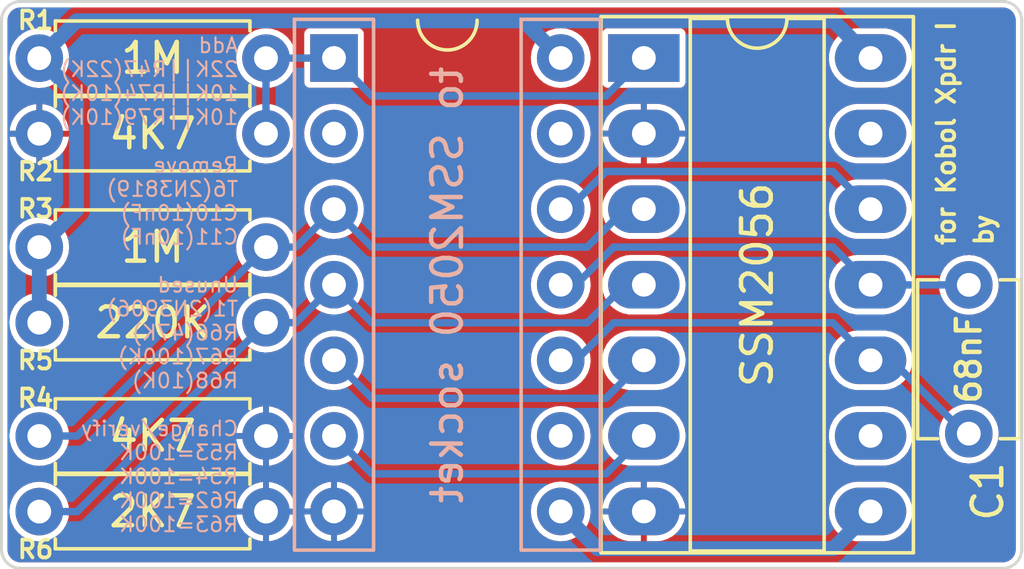
<source format=kicad_pcb>
(kicad_pcb (version 20211014) (generator pcbnew)

  (general
    (thickness 1.6)
  )

  (paper "A4")
  (layers
    (0 "F.Cu" signal)
    (31 "B.Cu" signal)
    (32 "B.Adhes" user "B.Adhesive")
    (33 "F.Adhes" user "F.Adhesive")
    (34 "B.Paste" user)
    (35 "F.Paste" user)
    (36 "B.SilkS" user "B.Silkscreen")
    (37 "F.SilkS" user "F.Silkscreen")
    (38 "B.Mask" user)
    (39 "F.Mask" user)
    (40 "Dwgs.User" user "User.Drawings")
    (41 "Cmts.User" user "User.Comments")
    (42 "Eco1.User" user "User.Eco1")
    (43 "Eco2.User" user "User.Eco2")
    (44 "Edge.Cuts" user)
    (45 "Margin" user)
    (46 "B.CrtYd" user "B.Courtyard")
    (47 "F.CrtYd" user "F.Courtyard")
    (48 "B.Fab" user)
    (49 "F.Fab" user)
    (50 "User.1" user)
    (51 "User.2" user)
    (52 "User.3" user)
    (53 "User.4" user)
    (54 "User.5" user)
    (55 "User.6" user)
    (56 "User.7" user)
    (57 "User.8" user)
    (58 "User.9" user)
  )

  (setup
    (stackup
      (layer "F.SilkS" (type "Top Silk Screen"))
      (layer "F.Paste" (type "Top Solder Paste"))
      (layer "F.Mask" (type "Top Solder Mask") (thickness 0.01))
      (layer "F.Cu" (type "copper") (thickness 0.035))
      (layer "dielectric 1" (type "core") (thickness 1.51) (material "FR4") (epsilon_r 4.5) (loss_tangent 0.02))
      (layer "B.Cu" (type "copper") (thickness 0.035))
      (layer "B.Mask" (type "Bottom Solder Mask") (thickness 0.01))
      (layer "B.Paste" (type "Bottom Solder Paste"))
      (layer "B.SilkS" (type "Bottom Silk Screen"))
      (copper_finish "None")
      (dielectric_constraints no)
    )
    (pad_to_mask_clearance 0)
    (pcbplotparams
      (layerselection 0x00010fc_ffffffff)
      (disableapertmacros false)
      (usegerberextensions false)
      (usegerberattributes true)
      (usegerberadvancedattributes true)
      (creategerberjobfile true)
      (svguseinch false)
      (svgprecision 6)
      (excludeedgelayer true)
      (plotframeref false)
      (viasonmask false)
      (mode 1)
      (useauxorigin false)
      (hpglpennumber 1)
      (hpglpenspeed 20)
      (hpglpendiameter 15.000000)
      (dxfpolygonmode true)
      (dxfimperialunits true)
      (dxfusepcbnewfont true)
      (psnegative false)
      (psa4output false)
      (plotreference true)
      (plotvalue true)
      (plotinvisibletext false)
      (sketchpadsonfab false)
      (subtractmaskfromsilk false)
      (outputformat 1)
      (mirror false)
      (drillshape 1)
      (scaleselection 1)
      (outputdirectory "")
    )
  )

  (net 0 "")
  (net 1 "Net-(C1-Pad1)")
  (net 2 "Net-(C1-Pad2)")
  (net 3 "+15V")
  (net 4 "GND")
  (net 5 "Net-(U1-Pad5)")
  (net 6 "Net-(U1-Pad6)")
  (net 7 "-15V")
  (net 8 "unconnected-(U1-Pad9)")
  (net 9 "Net-(U1-Pad12)")
  (net 10 "unconnected-(U1-Pad13)")
  (net 11 "unconnected-(U2-Pad2)")
  (net 12 "unconnected-(U2-Pad9)")
  (net 13 "unconnected-(U2-Pad13)")
  (net 14 "Net-(R1-Pad2)")
  (net 15 "Net-(R3-Pad2)")
  (net 16 "Net-(R5-Pad2)")

  (footprint "Package_DIP:DIP-14_W7.62mm_Socket_LongPads" (layer "F.Cu") (at 111.76 58.415))

  (footprint ".Projet:R_Axial_DIN0207_L6.3mm_D2.5mm_P7.62mm_Horizontal" (layer "F.Cu") (at 91.44 73.66))

  (footprint ".Projet:R_Axial_DIN0207_L6.3mm_D2.5mm_P7.62mm_Horizontal" (layer "F.Cu") (at 91.44 71.12))

  (footprint ".Projet:R_Axial_DIN0207_L6.3mm_D2.5mm_P7.62mm_Horizontal" (layer "F.Cu") (at 91.44 67.31))

  (footprint ".Projet:R_Axial_DIN0207_L6.3mm_D2.5mm_P7.62mm_Horizontal" (layer "F.Cu") (at 91.44 64.77))

  (footprint "Capacitor_THT:C_Disc_D5.1mm_W3.2mm_P5.00mm" (layer "F.Cu") (at 122.682 71.04 90))

  (footprint ".Projet:R_Axial_DIN0207_L6.3mm_D2.5mm_P7.62mm_Horizontal" (layer "F.Cu") (at 91.44 58.42))

  (footprint "Package_DIP:DIP-14_W7.62mm" (layer "F.Cu") (at 101.346 58.415))

  (footprint ".Projet:R_Axial_DIN0207_L6.3mm_D2.5mm_P7.62mm_Horizontal" (layer "F.Cu") (at 99.06 60.96 180))

  (gr_poly
    (pts
      (xy 124.213231 56.644047)
      (xy 124.330953 56.761769)
      (xy 124.414194 56.905948)
      (xy 124.457284 57.066758)
      (xy 124.46 57.15)
      (xy 124.46 74.93)
      (xy 124.457284 75.013242)
      (xy 124.414194 75.174052)
      (xy 124.330953 75.318231)
      (xy 124.213231 75.435953)
      (xy 124.069052 75.519194)
      (xy 123.908242 75.562284)
      (xy 123.825 75.565)
      (xy 90.805 75.565)
      (xy 90.721758 75.562284)
      (xy 90.560948 75.519194)
      (xy 90.416769 75.435953)
      (xy 90.299047 75.318231)
      (xy 90.215806 75.174052)
      (xy 90.172716 75.013242)
      (xy 90.17 74.93)
      (xy 90.17 57.15)
      (xy 90.172716 57.066758)
      (xy 90.215806 56.905948)
      (xy 90.299047 56.761769)
      (xy 90.416769 56.644047)
      (xy 90.560948 56.560806)
      (xy 90.721758 56.517716)
      (xy 90.805 56.515)
      (xy 123.825 56.515)
      (xy 123.908242 56.517716)
      (xy 124.069052 56.560806)
    ) (layer "Edge.Cuts") (width 0.1) (fill none) (tstamp a3a1290a-2d80-4d35-aa00-ce8a49a09279))
  (gr_text "Add\n22K||R47(22K)\n10K||R74(10K)\n10K||R79(10K)\n\nRemove\nT6(2N3819)\nC10(10nF)\nC11(10nF)\n\nUnused\nT1(2N3906)\nR66(47K)\nR67(100K)\nR68(10K)\n\nChange/verify\nR53=100K\nR54=100K\nR62=100K\nR63=100K" (at 98.171 66.04) (layer "B.SilkS") (tstamp dae26eb4-0970-42ee-a337-514fbe33a82e)
    (effects (font (size 0.5 0.5) (thickness 0.07)) (justify left mirror))
  )
  (gr_text "by" (at 123.19 64.77 90) (layer "F.SilkS") (tstamp 3c7a87fc-47ff-49ae-ae2c-8e822dcac9f9)
    (effects (font (size 0.6 0.6) (thickness 0.125)) (justify left))
  )
  (gr_text "for Kobol Xpdr I" (at 121.92 64.77 90) (layer "F.SilkS") (tstamp 88b1d73b-e671-45d4-be64-8d4a3b2a5038)
    (effects (font (size 0.6 0.6) (thickness 0.125)) (justify left))
  )
  (gr_text "Rev1" (at 122.555 74.295) (layer "B.Mask") (tstamp 74564732-80e3-49b0-84b7-36408cf99d85)
    (effects (font (size 0.6 0.6) (thickness 0.125)) (justify mirror))
  )
  (gr_text "G.Müller" (at 123.19 63.5 90) (layer "F.Mask") (tstamp 45286fe6-af79-4dd1-a9d7-2b0db1d1c561)
    (effects (font (size 1 1) (thickness 0.15)) (justify left))
  )

  (segment (start 110.744 67.315) (end 118.115 67.315) (width 0.25) (layer "B.Cu") (net 1) (tstamp 048d2e2d-aa6f-49e8-9878-48f84f02e94e))
  (segment (start 118.115 67.315) (end 119.38 68.58) (width 0.25) (layer "B.Cu") (net 1) (tstamp 2131a6f8-6269-4dba-b669-d062f2c8a51c))
  (segment (start 109.479 68.58) (end 110.744 67.315) (width 0.25) (layer "B.Cu") (net 1) (tstamp 38ace8cd-b214-4ad3-a740-b57faef9f090))
  (segment (start 120.09 68.575) (end 119.38 68.575) (width 0.25) (layer "B.Cu") (net 1) (tstamp b7aa2ea4-ab19-4e85-ae1e-0ba62bc10e4b))
  (segment (start 122.555 71.04) (end 120.09 68.575) (width 0.25) (layer "B.Cu") (net 1) (tstamp cb5af615-36c2-4178-906c-53b2b0abe632))
  (segment (start 108.966 68.58) (end 109.479 68.58) (width 0.25) (layer "B.Cu") (net 1) (tstamp d7718769-cc0d-4cb0-bbc7-178dc76cc29f))
  (segment (start 119.385 66.04) (end 119.38 66.035) (width 0.25) (layer "B.Cu") (net 2) (tstamp 0f8b9b99-2411-41d4-9f69-9ed4416fd749))
  (segment (start 122.555 66.04) (end 119.385 66.04) (width 0.25) (layer "B.Cu") (net 2) (tstamp 1d7b6d91-5dd8-4010-9fea-89c619eb9bdc))
  (segment (start 118.115 64.77) (end 119.38 66.035) (width 0.25) (layer "B.Cu") (net 2) (tstamp 65323bd8-ef84-4d63-911b-d0edc174ea1a))
  (segment (start 109.479 66.035) (end 110.744 64.77) (width 0.25) (layer "B.Cu") (net 2) (tstamp 77a8dd29-2c85-4eb5-ae3d-270d0df2e443))
  (segment (start 110.744 64.77) (end 118.115 64.77) (width 0.25) (layer "B.Cu") (net 2) (tstamp b495d0eb-46dc-4e10-aa5c-57b42215455f))
  (segment (start 108.966 66.035) (end 109.479 66.035) (width 0.25) (layer "B.Cu") (net 2) (tstamp cb742ed8-edae-44af-832f-46c95e8645b2))
  (segment (start 92.695 57.165) (end 118.13 57.165) (width 0.5) (layer "B.Cu") (net 3) (tstamp 188509f8-528b-4e7a-b06a-9f14107f20da))
  (segment (start 108.966 58.415) (end 107.716 57.165) (width 0.5) (layer "B.Cu") (net 3) (tstamp 2cea15f9-fa52-400e-b353-bb7fa32deb03))
  (segment (start 92.69 63.52) (end 92.69 59.67) (width 0.5) (layer "B.Cu") (net 3) (tstamp 42ea6386-04ae-4580-b029-0d99e959efd2))
  (segment (start 91.44 64.77) (end 92.69 63.52) (width 0.5) (layer "B.Cu") (net 3) (tstamp 495d6d0f-aa41-4b34-b0f7-082075ec8a03))
  (segment (start 92.69 59.67) (end 91.44 58.42) (width 0.5) (layer "B.Cu") (net 3) (tstamp 5992d44b-98a5-4f14-ace3-3bb661e49d99))
  (segment (start 91.44 67.31) (end 91.44 64.77) (width 0.5) (layer "B.Cu") (net 3) (tstamp 954f88c1-fb63-4541-b3e2-b08bf94e942c))
  (segment (start 118.13 57.165) (end 119.38 58.415) (width 0.5) (layer "B.Cu") (net 3) (tstamp e6b53dfd-273a-4262-a5e5-f3ce6a12eca6))
  (segment (start 91.44 58.42) (end 92.695 57.165) (width 0.5) (layer "B.Cu") (net 3) (tstamp f53eec21-6279-46fa-9811-883ad525b8fd))
  (segment (start 110.485 69.85) (end 111.76 68.575) (width 0.25) (layer "B.Cu") (net 5) (tstamp 33b470e7-4786-4a59-b124-ab69996419fd))
  (segment (start 101.346 68.575) (end 102.621 69.85) (width 0.25) (layer "B.Cu") (net 5) (tstamp 45c2f3a2-0b1c-450b-b9e8-21838ccf4b11))
  (segment (start 102.621 69.85) (end 110.485 69.85) (width 0.25) (layer "B.Cu") (net 5) (tstamp 651552ba-3337-4b53-a941-7e022af94bd2))
  (segment (start 101.346 71.115) (end 102.621 72.39) (width 0.25) (layer "B.Cu") (net 6) (tstamp 56d80431-0207-4436-af5c-55a032a24a4d))
  (segment (start 102.621 72.39) (end 110.485 72.39) (width 0.25) (layer "B.Cu") (net 6) (tstamp 932bc161-d99b-4eb8-891d-5ef97fa50485))
  (segment (start 110.485 72.39) (end 111.76 71.115) (width 0.25) (layer "B.Cu") (net 6) (tstamp 98de9d7e-9d38-4feb-83b8-8d9ecd25acb3))
  (segment (start 110.211 74.905) (end 108.966 73.66) (width 0.5) (layer "B.Cu") (net 7) (tstamp 1315095d-9deb-46ff-b148-d7bdb169699e))
  (segment (start 119.38 73.655) (end 118.13 74.905) (width 0.5) (layer "B.Cu") (net 7) (tstamp 4b2d8675-ba34-4e58-9ea8-b34ca07a12ee))
  (segment (start 118.13 74.905) (end 110.211 74.905) (width 0.5) (layer "B.Cu") (net 7) (tstamp e7c083bc-9d4e-4d35-a0fe-b5c8e86631b5))
  (segment (start 110.49 62.23) (end 118.115 62.23) (width 0.25) (layer "B.Cu") (net 9) (tstamp 4795653d-8c11-4281-b9f7-280b5619a1c6))
  (segment (start 109.22 63.5) (end 110.49 62.23) (width 0.25) (layer "B.Cu") (net 9) (tstamp 55b7c621-74a3-4ba0-819a-389e1e075b7a))
  (segment (start 118.115 62.23) (end 119.38 63.495) (width 0.25) (layer "B.Cu") (net 9) (tstamp e08bb66a-d56e-420c-9414-3c885a908bdf))
  (segment (start 99.06 60.96) (end 99.06 58.42) (width 0.25) (layer "B.Cu") (net 14) (tstamp 262f90ba-1d34-4727-a1a5-e8dabb92e8ed))
  (segment (start 101.346 58.415) (end 102.621 59.69) (width 0.25) (layer "B.Cu") (net 14) (tstamp 56135286-f182-4179-8fe7-288803ff5430))
  (segment (start 102.621 59.69) (end 110.485 59.69) (width 0.25) (layer "B.Cu") (net 14) (tstamp b935597e-44a0-470f-9838-9312c3a89d95))
  (segment (start 99.06 58.42) (end 101.346 58.415) (width 0.25) (layer "B.Cu") (net 14) (tstamp c15f794d-7042-4e9b-9434-224fd712c321))
  (segment (start 110.485 59.69) (end 111.76 58.415) (width 0.25) (layer "B.Cu") (net 14) (tstamp f43c7541-c1bc-418a-826b-e70252e39a20))
  (segment (start 91.44 71.12) (end 92.71 71.12) (width 0.25) (layer "B.Cu") (net 15) (tstamp 0265a048-f32c-43c2-b15f-4f77b1fbe39a))
  (segment (start 92.71 71.12) (end 99.06 64.77) (width 0.25) (layer "B.Cu") (net 15) (tstamp 0ef8cabe-77c2-47c9-ae65-f94a4cbca379))
  (segment (start 109.853604 64.77) (end 111.128604 63.495) (width 0.25) (layer "B.Cu") (net 15) (tstamp 1f084bac-798b-4177-a6ae-4946d670475e))
  (segment (start 102.621 64.77) (end 109.853604 64.77) (width 0.25) (layer "B.Cu") (net 15) (tstamp 217bb976-e368-4b66-80d8-7012de0fc7b2))
  (segment (start 100.071 64.77) (end 99.06 64.77) (width 0.25) (layer "B.Cu") (net 15) (tstamp 6182dc7b-59fb-4489-9508-ae855c3a48d8))
  (segment (start 101.346 63.495) (end 100.071 64.77) (width 0.25) (layer "B.Cu") (net 15) (tstamp 6b318b96-e70b-4a92-bae8-d7374bca4a42))
  (segment (start 101.346 63.495) (end 102.621 64.77) (width 0.25) (layer "B.Cu") (net 15) (tstamp d75fe24e-2c49-4bd8-b987-14558b8ce46a))
  (segment (start 111.128604 63.495) (end 111.76 63.495) (width 0.25) (layer "B.Cu") (net 15) (tstamp ea27e77f-c0e2-46e1-8616-aeba0da5ab9c))
  (segment (start 91.44 73.66) (end 92.71 73.66) (width 0.25) (layer "B.Cu") (net 16) (tstamp 151f195b-0e3e-408c-8233-9daea95fc7b4))
  (segment (start 102.621 67.315) (end 109.853604 67.315) (width 0.25) (layer "B.Cu") (net 16) (tstamp 56a43eab-96b0-41a3-8b05-c3df73eba418))
  (segment (start 101.346 66.04) (end 102.621 67.315) (width 0.25) (layer "B.Cu") (net 16) (tstamp 72eb2691-fb2d-4b83-a991-e40f65886243))
  (segment (start 111.128604 66.04) (end 111.76 66.04) (width 0.25) (layer "B.Cu") (net 16) (tstamp 7ada0cb9-ea13-4d98-ada3-24b7b4a23cfc))
  (segment (start 92.71 73.66) (end 99.06 67.31) (width 0.25) (layer "B.Cu") (net 16) (tstamp 81775df9-864a-4ec7-8d65-1857f219a6ae))
  (segment (start 101.346 66.035) (end 100.071 67.31) (width 0.25) (layer "B.Cu") (net 16) (tstamp 86a369b4-fb43-47af-b18f-e07f29a4da56))
  (segment (start 100.071 67.31) (end 99.06 67.31) (width 0.25) (layer "B.Cu") (net 16) (tstamp 9a6e6ad9-192f-45fb-8f34-4e4da69a9500))
  (segment (start 109.853604 67.315) (end 111.128604 66.04) (width 0.25) (layer "B.Cu") (net 16) (tstamp e54622c6-6be1-4f15-9b01-0e92083e20d0))

  (zone (net 4) (net_name "GND") (layers F&B.Cu) (tstamp ffed1d4f-df8c-426a-91e2-a8019396c31d) (hatch edge 0.508)
    (connect_pads (clearance 0.2))
    (min_thickness 0.05) (filled_areas_thickness no)
    (fill yes (thermal_gap 0.2) (thermal_bridge_width 0.2))
    (polygon
      (pts
        (xy 124.46 75.565)
        (xy 90.17 75.565)
        (xy 90.17 56.515)
        (xy 124.46 56.515)
      )
    )
    (filled_polygon
      (layer "F.Cu")
      (pts
        (xy 123.822142 56.715513)
        (xy 123.875874 56.717266)
        (xy 123.881303 56.718071)
        (xy 123.98861 56.746824)
        (xy 123.994398 56.749221)
        (xy 124.029505 56.76949)
        (xy 124.087384 56.802907)
        (xy 124.092355 56.806721)
        (xy 124.168279 56.882645)
        (xy 124.172093 56.887616)
        (xy 124.225778 56.980601)
        (xy 124.228175 56.986389)
        (xy 124.256929 57.093696)
        (xy 124.257734 57.099125)
        (xy 124.259487 57.152862)
        (xy 124.2595 57.153645)
        (xy 124.2595 74.926359)
        (xy 124.259487 74.927142)
        (xy 124.257734 74.980874)
        (xy 124.256929 74.986303)
        (xy 124.228175 75.09361)
        (xy 124.225778 75.099398)
        (xy 124.172092 75.192385)
        (xy 124.168278 75.197356)
        (xy 124.092355 75.273279)
        (xy 124.087384 75.277093)
        (xy 123.994397 75.330779)
        (xy 123.988609 75.333176)
        (xy 123.881304 75.361929)
        (xy 123.875875 75.362734)
        (xy 123.845309 75.363731)
        (xy 123.822135 75.364487)
        (xy 123.821355 75.3645)
        (xy 90.808641 75.3645)
        (xy 90.807858 75.364487)
        (xy 90.754126 75.362734)
        (xy 90.748697 75.361929)
        (xy 90.64139 75.333175)
        (xy 90.635602 75.330778)
        (xy 90.542615 75.277092)
        (xy 90.537644 75.273278)
        (xy 90.461721 75.197355)
        (xy 90.457907 75.192384)
        (xy 90.404221 75.099397)
        (xy 90.401824 75.093609)
        (xy 90.373071 74.986304)
        (xy 90.372266 74.980875)
        (xy 90.370513 74.927138)
        (xy 90.3705 74.926355)
        (xy 90.3705 73.645963)
        (xy 90.434757 73.645963)
        (xy 90.451175 73.841483)
        (xy 90.451497 73.842607)
        (xy 90.451498 73.842611)
        (xy 90.469072 73.903898)
        (xy 90.505258 74.030091)
        (xy 90.594944 74.204601)
        (xy 90.59567 74.205517)
        (xy 90.595672 74.20552)
        (xy 90.70798 74.347218)
        (xy 90.716818 74.358369)
        (xy 90.866238 74.485535)
        (xy 90.941246 74.527456)
        (xy 91.036485 74.580683)
        (xy 91.036489 74.580685)
        (xy 91.037513 74.581257)
        (xy 91.038631 74.58162)
        (xy 91.038635 74.581622)
        (xy 91.222997 74.641525)
        (xy 91.222999 74.641525)
        (xy 91.224118 74.641889)
        (xy 91.418946 74.665121)
        (xy 91.420117 74.665031)
        (xy 91.420121 74.665031)
        (xy 91.508505 74.65823)
        (xy 91.614576 74.650068)
        (xy 91.803556 74.597303)
        (xy 91.841207 74.578284)
        (xy 91.977639 74.509368)
        (xy 91.977644 74.509365)
        (xy 91.978689 74.508837)
        (xy 92.133303 74.38804)
        (xy 92.261509 74.239511)
        (xy 92.358425 74.068909)
        (xy 92.359819 74.06472)
        (xy 92.419989 73.883841)
        (xy 92.420358 73.882732)
        (xy 92.433435 73.779211)
        (xy 92.435361 73.763968)
        (xy 98.065167 73.763968)
        (xy 98.071571 73.840226)
        (xy 98.071992 73.842521)
        (xy 98.1254 74.028775)
        (xy 98.126261 74.030951)
        (xy 98.214828 74.203282)
        (xy 98.216095 74.20525)
        (xy 98.336453 74.357104)
        (xy 98.338071 74.358779)
        (xy 98.48563 74.484361)
        (xy 98.487551 74.485696)
        (xy 98.656686 74.580223)
        (xy 98.658836 74.581162)
        (xy 98.843105 74.641034)
        (xy 98.845395 74.641537)
        (xy 98.955259 74.654639)
        (xy 98.958777 74.65365)
        (xy 98.96 74.651471)
        (xy 98.96 74.650532)
        (xy 99.16 74.650532)
        (xy 99.161189 74.653403)
        (xy 99.16524 74.654902)
        (xy 99.233312 74.649663)
        (xy 99.235622 74.649256)
        (xy 99.422238 74.597152)
        (xy 99.424427 74.596303)
        (xy 99.59737 74.508945)
        (xy 99.599348 74.507689)
        (xy 99.752031 74.388399)
        (xy 99.753724 74.386787)
        (xy 99.880329 74.240114)
        (xy 99.88168 74.238199)
        (xy 99.977389 74.06972)
        (xy 99.978335 74.067596)
        (xy 100.039499 73.88373)
        (xy 100.040014 73.881462)
        (xy 100.054761 73.764735)
        (xy 100.053797 73.761212)
        (xy 100.051673 73.76)
        (xy 99.164773 73.76)
        (xy 99.161398 73.761398)
        (xy 99.16 73.764773)
        (xy 99.16 74.650532)
        (xy 98.96 74.650532)
        (xy 98.96 73.764773)
        (xy 98.958602 73.761398)
        (xy 98.955227 73.76)
        (xy 98.069607 73.76)
        (xy 98.066232 73.761398)
        (xy 98.065167 73.763968)
        (xy 92.435361 73.763968)
        (xy 92.435993 73.758968)
        (xy 100.351167 73.758968)
        (xy 100.357571 73.835226)
        (xy 100.357992 73.837521)
        (xy 100.4114 74.023775)
        (xy 100.412261 74.025951)
        (xy 100.500828 74.198282)
        (xy 100.502095 74.20025)
        (xy 100.622453 74.352104)
        (xy 100.624071 74.353779)
        (xy 100.77163 74.479361)
        (xy 100.773551 74.480696)
        (xy 100.942686 74.575223)
        (xy 100.944836 74.576162)
        (xy 101.129105 74.636034)
        (xy 101.131395 74.636537)
        (xy 101.241259 74.649639)
        (xy 101.244777 74.64865)
        (xy 101.246 74.646471)
        (xy 101.246 74.645532)
        (xy 101.446 74.645532)
        (xy 101.447189 74.648403)
        (xy 101.45124 74.649902)
        (xy 101.519312 74.644663)
        (xy 101.521622 74.644256)
        (xy 101.708238 74.592152)
        (xy 101.710427 74.591303)
        (xy 101.88337 74.503945)
        (xy 101.885348 74.502689)
        (xy 102.038031 74.383399)
        (xy 102.039724 74.381787)
        (xy 102.166329 74.235114)
        (xy 102.16768 74.233199)
        (xy 102.263389 74.06472)
        (xy 102.264335 74.062596)
        (xy 102.325499 73.87873)
        (xy 102.326014 73.876462)
        (xy 102.340761 73.759735)
        (xy 102.339797 73.756212)
        (xy 102.337673 73.755)
        (xy 101.450773 73.755)
        (xy 101.447398 73.756398)
        (xy 101.446 73.759773)
        (xy 101.446 74.645532)
        (xy 101.246 74.645532)
        (xy 101.246 73.759773)
        (xy 101.244602 73.756398)
        (xy 101.241227 73.755)
        (xy 100.355607 73.755)
        (xy 100.352232 73.756398)
        (xy 100.351167 73.758968)
        (xy 92.435993 73.758968)
        (xy 92.444867 73.688723)
        (xy 92.444867 73.688717)
        (xy 92.444949 73.688071)
        (xy 92.445341 73.66)
        (xy 92.444785 73.654322)
        (xy 92.443475 73.640963)
        (xy 107.960757 73.640963)
        (xy 107.977175 73.836483)
        (xy 107.977497 73.837607)
        (xy 107.977498 73.837611)
        (xy 107.990104 73.881573)
        (xy 108.031258 74.025091)
        (xy 108.120944 74.199601)
        (xy 108.12167 74.200517)
        (xy 108.121672 74.20052)
        (xy 108.237943 74.347218)
        (xy 108.242818 74.353369)
        (xy 108.243711 74.354129)
        (xy 108.243712 74.35413)
        (xy 108.247611 74.357448)
        (xy 108.392238 74.480535)
        (xy 108.442879 74.508837)
        (xy 108.562485 74.575683)
        (xy 108.562489 74.575685)
        (xy 108.563513 74.576257)
        (xy 108.564631 74.57662)
        (xy 108.564635 74.576622)
        (xy 108.748997 74.636525)
        (xy 108.748999 74.636525)
        (xy 108.750118 74.636889)
        (xy 108.944946 74.660121)
        (xy 108.946117 74.660031)
        (xy 108.946121 74.660031)
        (xy 109.034505 74.65323)
        (xy 109.140576 74.645068)
        (xy 109.329556 74.592303)
        (xy 109.363369 74.575223)
        (xy 109.503639 74.504368)
        (xy 109.503644 74.504365)
        (xy 109.504689 74.503837)
        (xy 109.659303 74.38304)
        (xy 109.787509 74.234511)
        (xy 109.884425 74.063909)
        (xy 109.946358 73.877732)
        (xy 109.960633 73.764735)
        (xy 109.961421 73.758496)
        (xy 110.36427 73.758496)
        (xy 110.386241 73.903773)
        (xy 110.38684 73.906109)
        (xy 110.456151 74.094491)
        (xy 110.457213 74.096667)
        (xy 110.562984 74.267258)
        (xy 110.56446 74.269175)
        (xy 110.702376 74.415017)
        (xy 110.704203 74.416594)
        (xy 110.868631 74.531729)
        (xy 110.87074 74.532907)
        (xy 111.054953 74.612622)
        (xy 111.057261 74.613355)
        (xy 111.254036 74.654464)
        (xy 111.255848 74.654699)
        (xy 111.261265 74.654983)
        (xy 111.261918 74.655)
        (xy 111.655227 74.655)
        (xy 111.658602 74.653602)
        (xy 111.66 74.650227)
        (xy 111.86 74.650227)
        (xy 111.861398 74.653602)
        (xy 111.864773 74.655)
        (xy 112.210165 74.655)
        (xy 112.211373 74.654939)
        (xy 112.360906 74.63975)
        (xy 112.363272 74.639264)
        (xy 112.554811 74.579239)
        (xy 112.557039 74.578284)
        (xy 112.732597 74.480971)
        (xy 112.734577 74.479595)
        (xy 112.886984 74.348967)
        (xy 112.888649 74.347218)
        (xy 113.011674 74.188615)
        (xy 113.01296 74.186556)
        (xy 113.10158 74.00646)
        (xy 113.102422 74.004196)
        (xy 113.153017 73.809956)
        (xy 113.153389 73.807556)
        (xy 113.155893 73.759767)
        (xy 113.154797 73.756672)
        (xy 113.151041 73.755)
        (xy 111.864773 73.755)
        (xy 111.861398 73.756398)
        (xy 111.86 73.759773)
        (xy 111.86 74.650227)
        (xy 111.66 74.650227)
        (xy 111.66 73.759773)
        (xy 111.658602 73.756398)
        (xy 111.655227 73.755)
        (xy 110.368514 73.755)
        (xy 110.365139 73.756398)
        (xy 110.36427 73.758496)
        (xy 109.961421 73.758496)
        (xy 109.96829 73.704126)
        (xy 117.975541 73.704126)
        (xy 118.005935 73.905097)
        (xy 118.006352 73.906231)
        (xy 118.006353 73.906234)
        (xy 118.06474 74.064924)
        (xy 118.076119 74.095852)
        (xy 118.183226 74.268599)
        (xy 118.322881 74.41628)
        (xy 118.323874 74.416975)
        (xy 118.455825 74.509368)
        (xy 118.489379 74.532863)
        (xy 118.675919 74.613586)
        (xy 118.677106 74.613834)
        (xy 118.873984 74.654964)
        (xy 118.873986 74.654964)
        (xy 118.87488 74.655151)
        (xy 118.875796 74.655199)
        (xy 118.881212 74.655483)
        (xy 118.881217 74.655483)
        (xy 118.881539 74.6555)
        (xy 119.8308 74.6555)
        (xy 119.831398 74.655439)
        (xy 119.831403 74.655439)
        (xy 119.981007 74.640243)
        (xy 119.981009 74.640243)
        (xy 119.982216 74.64012)
        (xy 120.176172 74.579338)
        (xy 120.353944 74.480797)
        (xy 120.467999 74.38304)
        (xy 120.507352 74.349311)
        (xy 120.507354 74.349309)
        (xy 120.508271 74.348523)
        (xy 120.632848 74.187919)
        (xy 120.677641 74.096887)
        (xy 120.722051 74.006635)
        (xy 120.722052 74.006632)
        (xy 120.722587 74.005545)
        (xy 120.722939 74.004196)
        (xy 120.773515 73.810031)
        (xy 120.773515 73.81003)
        (xy 120.773822 73.808852)
        (xy 120.784459 73.605874)
        (xy 120.754065 73.404903)
        (xy 120.71754 73.305629)
        (xy 120.684301 73.215289)
        (xy 120.6843 73.215287)
        (xy 120.683881 73.214148)
        (xy 120.576774 73.041401)
        (xy 120.437119 72.89372)
        (xy 120.33323 72.820976)
        (xy 120.271614 72.777832)
        (xy 120.271612 72.777831)
        (xy 120.270621 72.777137)
        (xy 120.084081 72.696414)
        (xy 119.981913 72.67507)
        (xy 119.886016 72.655036)
        (xy 119.886014 72.655036)
        (xy 119.88512 72.654849)
        (xy 119.883914 72.654786)
        (xy 119.878788 72.654517)
        (xy 119.878783 72.654517)
        (xy 119.878461 72.6545)
        (xy 118.9292 72.6545)
        (xy 118.928602 72.654561)
        (xy 118.928597 72.654561)
        (xy 118.778993 72.669757)
        (xy 118.778991 72.669757)
        (xy 118.777784 72.66988)
        (xy 118.583828 72.730662)
        (xy 118.406056 72.829203)
        (xy 118.331149 72.893406)
        (xy 118.267612 72.947864)
        (xy 118.251729 72.961477)
        (xy 118.127152 73.122081)
        (xy 118.085562 73.206604)
        (xy 118.050422 73.278018)
        (xy 118.037413 73.304455)
        (xy 118.037108 73.305627)
        (xy 118.037107 73.305629)
        (xy 118.019713 73.372407)
        (xy 117.986178 73.501148)
        (xy 117.975541 73.704126)
        (xy 109.96829 73.704126)
        (xy 109.970867 73.683723)
        (xy 109.970867 73.683717)
        (xy 109.970949 73.683071)
        (xy 109.971341 73.655)
        (xy 109.966407 73.604674)
        (xy 109.961069 73.550233)
        (xy 110.364107 73.550233)
        (xy 110.365203 73.553328)
        (xy 110.368959 73.555)
        (xy 111.655227 73.555)
        (xy 111.658602 73.553602)
        (xy 111.66 73.550227)
        (xy 111.86 73.550227)
        (xy 111.861398 73.553602)
        (xy 111.864773 73.555)
        (xy 113.151486 73.555)
        (xy 113.154861 73.553602)
        (xy 113.15573 73.551504)
        (xy 113.133759 73.406227)
        (xy 113.13316 73.403891)
        (xy 113.063849 73.215509)
        (xy 113.062787 73.213333)
        (xy 112.957016 73.042742)
        (xy 112.95554 73.040825)
        (xy 112.817624 72.894983)
        (xy 112.815797 72.893406)
        (xy 112.651369 72.778271)
        (xy 112.64926 72.777093)
        (xy 112.465047 72.697378)
        (xy 112.462739 72.696645)
        (xy 112.265964 72.655536)
        (xy 112.264152 72.655301)
        (xy 112.258735 72.655017)
        (xy 112.258082 72.655)
        (xy 111.864773 72.655)
        (xy 111.861398 72.656398)
        (xy 111.86 72.659773)
        (xy 111.86 73.550227)
        (xy 111.66 73.550227)
        (xy 111.66 72.659773)
        (xy 111.658602 72.656398)
        (xy 111.655227 72.655)
        (xy 111.309835 72.655)
        (xy 111.308627 72.655061)
        (xy 111.159094 72.67025)
        (xy 111.156728 72.670736)
        (xy 110.965189 72.730761)
        (xy 110.962961 72.731716)
        (xy 110.787403 72.829029)
        (xy 110.785423 72.830405)
        (xy 110.633016 72.961033)
        (xy 110.631351 72.962782)
        (xy 110.508326 73.121385)
        (xy 110.50704 73.123444)
        (xy 110.41842 73.30354)
        (xy 110.417578 73.305804)
        (xy 110.366983 73.500044)
        (xy 110.366611 73.502444)
        (xy 110.364107 73.550233)
        (xy 109.961069 73.550233)
        (xy 109.952309 73.460902)
        (xy 109.952194 73.459728)
        (xy 109.895484 73.271894)
        (xy 109.80337 73.098653)
        (xy 109.802634 73.097751)
        (xy 109.802631 73.097746)
        (xy 109.680102 72.94751)
        (xy 109.680099 72.947507)
        (xy 109.679361 72.946602)
        (xy 109.52818 72.821535)
        (xy 109.355585 72.728213)
        (xy 109.252058 72.696166)
        (xy 109.169274 72.67054)
        (xy 109.169271 72.670539)
        (xy 109.168152 72.670193)
        (xy 109.166988 72.670071)
        (xy 109.166985 72.67007)
        (xy 109.009073 72.653473)
        (xy 108.973019 72.649683)
        (xy 108.971854 72.649789)
        (xy 108.778793 72.667359)
        (xy 108.778792 72.667359)
        (xy 108.777618 72.667466)
        (xy 108.589393 72.722864)
        (xy 108.508518 72.765144)
        (xy 108.41655 72.813224)
        (xy 108.416547 72.813226)
        (xy 108.415512 72.813767)
        (xy 108.2626 72.936711)
        (xy 108.13648 73.087016)
        (xy 108.135914 73.088046)
        (xy 108.135911 73.08805)
        (xy 108.1166 73.123177)
        (xy 108.041956 73.258954)
        (xy 108.041602 73.260069)
        (xy 108.041601 73.260072)
        (xy 108.027868 73.303365)
        (xy 107.982628 73.445978)
        (xy 107.982497 73.447147)
        (xy 107.982496 73.447151)
        (xy 107.97644 73.501148)
        (xy 107.960757 73.640963)
        (xy 92.443475 73.640963)
        (xy 92.435071 73.555254)
        (xy 98.065434 73.555254)
        (xy 98.066448 73.558766)
        (xy 98.068683 73.56)
        (xy 98.955227 73.56)
        (xy 98.958602 73.558602)
        (xy 98.96 73.555227)
        (xy 99.16 73.555227)
        (xy 99.161398 73.558602)
        (xy 99.164773 73.56)
        (xy 100.050261 73.56)
        (xy 100.053636 73.558602)
        (xy 100.054656 73.556141)
        (xy 100.054079 73.550254)
        (xy 100.351434 73.550254)
        (xy 100.352448 73.553766)
        (xy 100.354683 73.555)
        (xy 101.241227 73.555)
        (xy 101.244602 73.553602)
        (xy 101.246 73.550227)
        (xy 101.446 73.550227)
        (xy 101.447398 73.553602)
        (xy 101.450773 73.555)
        (xy 102.336261 73.555)
        (xy 102.339636 73.553602)
        (xy 102.340656 73.551141)
        (xy 102.331817 73.461)
        (xy 102.331362 73.4587)
        (xy 102.275359 73.27321)
        (xy 102.274468 73.271048)
        (xy 102.183502 73.099966)
        (xy 102.182213 73.098024)
        (xy 102.059745 72.947864)
        (xy 102.058098 72.946207)
        (xy 101.908807 72.822702)
        (xy 101.906865 72.821392)
        (xy 101.736421 72.729233)
        (xy 101.734272 72.72833)
        (xy 101.549173 72.671032)
        (xy 101.546884 72.670562)
        (xy 101.450747 72.660458)
        (xy 101.447244 72.661495)
        (xy 101.446 72.663787)
        (xy 101.446 73.550227)
        (xy 101.246 73.550227)
        (xy 101.246 72.664697)
        (xy 101.244602 72.661322)
        (xy 101.242087 72.66028)
        (xy 101.158887 72.667852)
        (xy 101.156584 72.668291)
        (xy 100.970706 72.722999)
        (xy 100.968541 72.723874)
        (xy 100.796825 72.813644)
        (xy 100.794873 72.814922)
        (xy 100.643867 72.936334)
        (xy 100.642197 72.937969)
        (xy 100.517652 73.086396)
        (xy 100.516325 73.088333)
        (xy 100.422984 73.25812)
        (xy 100.422062 73.26027)
        (xy 100.363475 73.444961)
        (xy 100.362987 73.447255)
        (xy 100.351434 73.550254)
        (xy 100.054079 73.550254)
        (xy 100.045817 73.466)
        (xy 100.045362 73.4637)
        (xy 99.989359 73.27821)
        (xy 99.988468 73.276048)
        (xy 99.897502 73.104966)
        (xy 99.896213 73.103024)
        (xy 99.773745 72.952864)
        (xy 99.772098 72.951207)
        (xy 99.622807 72.827702)
        (xy 99.620865 72.826392)
        (xy 99.450421 72.734233)
        (xy 99.448272 72.73333)
        (xy 99.263173 72.676032)
        (xy 99.260884 72.675562)
        (xy 99.164747 72.665458)
        (xy 99.161244 72.666495)
        (xy 99.16 72.668787)
        (xy 99.16 73.555227)
        (xy 98.96 73.555227)
        (xy 98.96 72.669697)
        (xy 98.958602 72.666322)
        (xy 98.956087 72.66528)
        (xy 98.872887 72.672852)
        (xy 98.870584 72.673291)
        (xy 98.684706 72.727999)
        (xy 98.682541 72.728874)
        (xy 98.510825 72.818644)
        (xy 98.508873 72.819922)
        (xy 98.357867 72.941334)
        (xy 98.356197 72.942969)
        (xy 98.231652 73.091396)
        (xy 98.230325 73.093333)
        (xy 98.136984 73.26312)
        (xy 98.136062 73.26527)
        (xy 98.077475 73.449961)
        (xy 98.076987 73.452255)
        (xy 98.065434 73.555254)
        (xy 92.435071 73.555254)
        (xy 92.426309 73.465902)
        (xy 92.426194 73.464728)
        (xy 92.369484 73.276894)
        (xy 92.27737 73.103653)
        (xy 92.276634 73.102751)
        (xy 92.276631 73.102746)
        (xy 92.154102 72.95251)
        (xy 92.154099 72.952507)
        (xy 92.153361 72.951602)
        (xy 92.00218 72.826535)
        (xy 91.829585 72.733213)
        (xy 91.726471 72.701294)
        (xy 91.643274 72.67554)
        (xy 91.643271 72.675539)
        (xy 91.642152 72.675193)
        (xy 91.640988 72.675071)
        (xy 91.640985 72.67507)
        (xy 91.483073 72.658473)
        (xy 91.447019 72.654683)
        (xy 91.445854 72.654789)
        (xy 91.252793 72.672359)
        (xy 91.252792 72.672359)
        (xy 91.251618 72.672466)
        (xy 91.063393 72.727864)
        (xy 90.982518 72.770144)
        (xy 90.89055 72.818224)
        (xy 90.890547 72.818226)
        (xy 90.889512 72.818767)
        (xy 90.7366 72.941711)
        (xy 90.61048 73.092016)
        (xy 90.609914 73.093046)
        (xy 90.609911 73.09305)
        (xy 90.51809 73.260072)
        (xy 90.515956 73.263954)
        (xy 90.515602 73.265069)
        (xy 90.515601 73.265072)
        (xy 90.503454 73.303365)
        (xy 90.456628 73.450978)
        (xy 90.456497 73.452147)
        (xy 90.456496 73.452151)
        (xy 90.450864 73.502367)
        (xy 90.434757 73.645963)
        (xy 90.3705 73.645963)
        (xy 90.3705 71.105963)
        (xy 90.434757 71.105963)
        (xy 90.451175 71.301483)
        (xy 90.451497 71.302607)
        (xy 90.451498 71.302611)
        (xy 90.463003 71.342732)
        (xy 90.505258 71.490091)
        (xy 90.594944 71.664601)
        (xy 90.59567 71.665517)
        (xy 90.595672 71.66552)
        (xy 90.652681 71.737448)
        (xy 90.716818 71.818369)
        (xy 90.866238 71.945535)
        (xy 90.923648 71.97762)
        (xy 91.036485 72.040683)
        (xy 91.036489 72.040685)
        (xy 91.037513 72.041257)
        (xy 91.038631 72.04162)
        (xy 91.038635 72.041622)
        (xy 91.222997 72.101525)
        (xy 91.222999 72.101525)
        (xy 91.224118 72.101889)
        (xy 91.418946 72.125121)
        (xy 91.420117 72.125031)
        (xy 91.420121 72.125031)
        (xy 91.508505 72.11823)
        (xy 91.614576 72.110068)
        (xy 91.803556 72.057303)
        (xy 91.840291 72.038747)
        (xy 91.977639 71.969368)
        (xy 91.977644 71.969365)
        (xy 91.978689 71.968837)
        (xy 92.133303 71.84804)
        (xy 92.261509 71.699511)
        (xy 92.358425 71.528909)
        (xy 92.420358 71.342732)
        (xy 92.433435 71.239211)
        (xy 92.435361 71.223968)
        (xy 98.065167 71.223968)
        (xy 98.071571 71.300226)
        (xy 98.071992 71.302521)
        (xy 98.1254 71.488775)
        (xy 98.126261 71.490951)
        (xy 98.214828 71.663282)
        (xy 98.216095 71.66525)
        (xy 98.336453 71.817104)
        (xy 98.338071 71.818779)
        (xy 98.48563 71.944361)
        (xy 98.487551 71.945696)
        (xy 98.656686 72.040223)
        (xy 98.658836 72.041162)
        (xy 98.843105 72.101034)
        (xy 98.845395 72.101537)
        (xy 98.955259 72.114639)
        (xy 98.958777 72.11365)
        (xy 98.96 72.111471)
        (xy 98.96 72.110532)
        (xy 99.16 72.110532)
        (xy 99.161189 72.113403)
        (xy 99.16524 72.114902)
        (xy 99.233312 72.109663)
        (xy 99.235622 72.109256)
        (xy 99.422238 72.057152)
        (xy 99.424427 72.056303)
        (xy 99.59737 71.968945)
        (xy 99.599348 71.967689)
        (xy 99.752031 71.848399)
        (xy 99.753724 71.846787)
        (xy 99.880329 71.700114)
        (xy 99.88168 71.698199)
        (xy 99.977389 71.52972)
        (xy 99.978335 71.527596)
        (xy 100.039499 71.34373)
        (xy 100.040014 71.341462)
        (xy 100.054761 71.224735)
        (xy 100.053797 71.221212)
        (xy 100.051673 71.22)
        (xy 99.164773 71.22)
        (xy 99.161398 71.221398)
        (xy 99.16 71.224773)
        (xy 99.16 72.110532)
        (xy 98.96 72.110532)
        (xy 98.96 71.224773)
        (xy 98.958602 71.221398)
        (xy 98.955227 71.22)
        (xy 98.069607 71.22)
        (xy 98.066232 71.221398)
        (xy 98.065167 71.223968)
        (xy 92.435361 71.223968)
        (xy 92.444867 71.148723)
        (xy 92.444867 71.148717)
        (xy 92.444949 71.148071)
        (xy 92.445341 71.12)
        (xy 92.444785 71.114322)
        (xy 92.443475 71.100963)
        (xy 100.340757 71.100963)
        (xy 100.357175 71.296483)
        (xy 100.357497 71.297607)
        (xy 100.357498 71.297611)
        (xy 100.370104 71.341573)
        (xy 100.411258 71.485091)
        (xy 100.500944 71.659601)
        (xy 100.50167 71.660517)
        (xy 100.501672 71.66052)
        (xy 100.562644 71.737448)
        (xy 100.622818 71.813369)
        (xy 100.623711 71.814129)
        (xy 100.623712 71.81413)
        (xy 100.627611 71.817448)
        (xy 100.772238 71.940535)
        (xy 100.822879 71.968837)
        (xy 100.942485 72.035683)
        (xy 100.942489 72.035685)
        (xy 100.943513 72.036257)
        (xy 100.944631 72.03662)
        (xy 100.944635 72.036622)
        (xy 101.128997 72.096525)
        (xy 101.128999 72.096525)
        (xy 101.130118 72.096889)
        (xy 101.324946 72.120121)
        (xy 101.326117 72.120031)
        (xy 101.326121 72.120031)
        (xy 101.414505 72.11323)
        (xy 101.520576 72.105068)
        (xy 101.709556 72.052303)
        (xy 101.753574 72.030068)
        (xy 101.883639 71.964368)
        (xy 101.883644 71.964365)
        (xy 101.884689 71.963837)
        (xy 102.039303 71.84304)
        (xy 102.167509 71.694511)
        (xy 102.264425 71.523909)
        (xy 102.326358 71.337732)
        (xy 102.340633 71.224735)
        (xy 102.350867 71.143723)
        (xy 102.350867 71.143717)
        (xy 102.350949 71.143071)
        (xy 102.351341 71.115)
        (xy 102.349965 71.100963)
        (xy 107.960757 71.100963)
        (xy 107.977175 71.296483)
        (xy 107.977497 71.297607)
        (xy 107.977498 71.297611)
        (xy 107.990104 71.341573)
        (xy 108.031258 71.485091)
        (xy 108.120944 71.659601)
        (xy 108.12167 71.660517)
        (xy 108.121672 71.66052)
        (xy 108.182644 71.737448)
        (xy 108.242818 71.813369)
        (xy 108.243711 71.814129)
        (xy 108.243712 71.81413)
        (xy 108.247611 71.817448)
        (xy 108.392238 71.940535)
        (xy 108.442879 71.968837)
        (xy 108.562485 72.035683)
        (xy 108.562489 72.035685)
        (xy 108.563513 72.036257)
        (xy 108.564631 72.03662)
        (xy 108.564635 72.036622)
        (xy 108.748997 72.096525)
        (xy 108.748999 72.096525)
        (xy 108.750118 72.096889)
        (xy 108.944946 72.120121)
        (xy 108.946117 72.120031)
        (xy 108.946121 72.120031)
        (xy 109.034505 72.11323)
        (xy 109.140576 72.105068)
        (xy 109.329556 72.052303)
        (xy 109.373574 72.030068)
        (xy 109.503639 71.964368)
        (xy 109.503644 71.964365)
        (xy 109.504689 71.963837)
        (xy 109.659303 71.84304)
        (xy 109.787509 71.694511)
        (xy 109.884425 71.523909)
        (xy 109.946358 71.337732)
        (xy 109.960633 71.224735)
        (xy 109.96829 71.164126)
        (xy 110.355541 71.164126)
        (xy 110.385935 71.365097)
        (xy 110.386352 71.366231)
        (xy 110.386353 71.366234)
        (xy 110.43224 71.490951)
        (xy 110.456119 71.555852)
        (xy 110.563226 71.728599)
        (xy 110.702881 71.87628)
        (xy 110.721573 71.889368)
        (xy 110.84761 71.97762)
        (xy 110.869379 71.992863)
        (xy 111.055919 72.073586)
        (xy 111.057106 72.073834)
        (xy 111.253984 72.114964)
        (xy 111.253986 72.114964)
        (xy 111.25488 72.115151)
        (xy 111.255796 72.115199)
        (xy 111.261212 72.115483)
        (xy 111.261217 72.115483)
        (xy 111.261539 72.1155)
        (xy 112.2108 72.1155)
        (xy 112.211398 72.115439)
        (xy 112.211403 72.115439)
        (xy 112.361007 72.100243)
        (xy 112.361009 72.100243)
        (xy 112.362216 72.10012)
        (xy 112.556172 72.039338)
        (xy 112.733944 71.940797)
        (xy 112.847999 71.84304)
        (xy 112.887352 71.809311)
        (xy 112.887354 71.809309)
        (xy 112.888271 71.808523)
        (xy 113.012848 71.647919)
        (xy 113.073369 71.524924)
        (xy 113.102051 71.466635)
        (xy 113.102052 71.466632)
        (xy 113.102587 71.465545)
        (xy 113.106921 71.448909)
        (xy 113.134289 71.343841)
        (xy 113.153822 71.268852)
        (xy 113.154204 71.261573)
        (xy 113.156319 71.221212)
        (xy 113.15931 71.164126)
        (xy 117.975541 71.164126)
        (xy 118.005935 71.365097)
        (xy 118.006352 71.366231)
        (xy 118.006353 71.366234)
        (xy 118.05224 71.490951)
        (xy 118.076119 71.555852)
        (xy 118.183226 71.728599)
        (xy 118.322881 71.87628)
        (xy 118.341573 71.889368)
        (xy 118.46761 71.97762)
        (xy 118.489379 71.992863)
        (xy 118.675919 72.073586)
        (xy 118.677106 72.073834)
        (xy 118.873984 72.114964)
        (xy 118.873986 72.114964)
        (xy 118.87488 72.115151)
        (xy 118.875796 72.115199)
        (xy 118.881212 72.115483)
        (xy 118.881217 72.115483)
        (xy 118.881539 72.1155)
        (xy 119.8308 72.1155)
        (xy 119.831398 72.115439)
        (xy 119.831403 72.115439)
        (xy 119.981007 72.100243)
        (xy 119.981009 72.100243)
        (xy 119.982216 72.10012)
        (xy 120.176172 72.039338)
        (xy 120.353944 71.940797)
        (xy 120.467999 71.84304)
        (xy 120.507352 71.809311)
        (xy 120.507354 71.809309)
        (xy 120.508271 71.808523)
        (xy 120.632848 71.647919)
        (xy 120.693369 71.524924)
        (xy 120.722051 71.466635)
        (xy 120.722052 71.466632)
        (xy 120.722587 71.465545)
        (xy 120.726921 71.448909)
        (xy 120.754289 71.343841)
        (xy 120.773822 71.268852)
        (xy 120.774204 71.261573)
        (xy 120.776319 71.221212)
        (xy 120.784459 71.065874)
        (xy 120.778423 71.025963)
        (xy 121.676757 71.025963)
        (xy 121.693175 71.221483)
        (xy 121.693497 71.222607)
        (xy 121.693498 71.222611)
        (xy 121.715754 71.300226)
        (xy 121.747258 71.410091)
        (xy 121.836944 71.584601)
        (xy 121.83767 71.585517)
        (xy 121.837672 71.58552)
        (xy 121.900865 71.66525)
        (xy 121.958818 71.738369)
        (xy 122.108238 71.865535)
        (xy 122.183246 71.907456)
        (xy 122.278485 71.960683)
        (xy 122.278489 71.960685)
        (xy 122.279513 71.961257)
        (xy 122.280631 71.96162)
        (xy 122.280635 71.961622)
        (xy 122.464997 72.021525)
        (xy 122.464999 72.021525)
        (xy 122.466118 72.021889)
        (xy 122.660946 72.045121)
        (xy 122.662117 72.045031)
        (xy 122.662121 72.045031)
        (xy 122.750505 72.03823)
        (xy 122.856576 72.030068)
        (xy 123.045556 71.977303)
        (xy 123.107312 71.946108)
        (xy 123.219639 71.889368)
        (xy 123.219644 71.889365)
        (xy 123.220689 71.888837)
        (xy 123.375303 71.76804)
        (xy 123.503509 71.619511)
        (xy 123.600425 71.448909)
        (xy 123.662358 71.262732)
        (xy 123.677392 71.143723)
        (xy 123.686867 71.068723)
        (xy 123.686867 71.068717)
        (xy 123.686949 71.068071)
        (xy 123.687341 71.04)
        (xy 123.67961 70.961148)
        (xy 123.668309 70.845902)
        (xy 123.668194 70.844728)
        (xy 123.611484 70.656894)
        (xy 123.51937 70.483653)
        (xy 123.518634 70.482751)
        (xy 123.518631 70.482746)
        (xy 123.396102 70.33251)
        (xy 123.396099 70.332507)
        (xy 123.395361 70.331602)
        (xy 123.24418 70.206535)
        (xy 123.071585 70.113213)
        (xy 122.968471 70.081294)
        (xy 122.885274 70.05554)
        (xy 122.885271 70.055539)
        (xy 122.884152 70.055193)
        (xy 122.882988 70.055071)
        (xy 122.882985 70.05507)
        (xy 122.725073 70.038473)
        (xy 122.689019 70.034683)
        (xy 122.687854 70.034789)
        (xy 122.494793 70.052359)
        (xy 122.494792 70.052359)
        (xy 122.493618 70.052466)
        (xy 122.305393 70.107864)
        (xy 122.256756 70.133291)
        (xy 122.13255 70.198224)
        (xy 122.132547 70.198226)
        (xy 122.131512 70.198767)
        (xy 121.9786 70.321711)
        (xy 121.85248 70.472016)
        (xy 121.851914 70.473046)
        (xy 121.851911 70.47305)
        (xy 121.758523 70.642922)
        (xy 121.757956 70.643954)
        (xy 121.757602 70.645069)
        (xy 121.757601 70.645072)
        (xy 121.748706 70.673113)
        (xy 121.698628 70.830978)
        (xy 121.698497 70.832147)
        (xy 121.698496 70.832151)
        (xy 121.694688 70.866102)
        (xy 121.676757 71.025963)
        (xy 120.778423 71.025963)
        (xy 120.754065 70.864903)
        (xy 120.71754 70.765629)
        (xy 120.684301 70.675289)
        (xy 120.6843 70.675287)
        (xy 120.683881 70.674148)
        (xy 120.576774 70.501401)
        (xy 120.437119 70.35372)
        (xy 120.33323 70.280976)
        (xy 120.271614 70.237832)
        (xy 120.271612 70.237831)
        (xy 120.270621 70.237137)
        (xy 120.084081 70.156414)
        (xy 119.981913 70.13507)
        (xy 119.886016 70.115036)
        (xy 119.886014 70.115036)
        (xy 119.88512 70.114849)
        (xy 119.883914 70.114786)
        (xy 119.878788 70.114517)
        (xy 119.878783 70.114517)
        (xy 119.878461 70.1145)
        (xy 118.9292 70.1145)
        (xy 118.928602 70.114561)
        (xy 118.928597 70.114561)
        (xy 118.778993 70.129757)
        (xy 118.778991 70.129757)
        (xy 118.777784 70.12988)
        (xy 118.583828 70.190662)
        (xy 118.406056 70.289203)
        (xy 118.330783 70.35372)
        (xy 118.268025 70.40751)
        (xy 118.251729 70.421477)
        (xy 118.127152 70.582081)
        (xy 118.089786 70.658018)
        (xy 118.050422 70.738018)
        (xy 118.037413 70.764455)
        (xy 117.986178 70.961148)
        (xy 117.975541 71.164126)
        (xy 113.15931 71.164126)
        (xy 113.164459 71.065874)
        (xy 113.134065 70.864903)
        (xy 113.09754 70.765629)
        (xy 113.064301 70.675289)
        (xy 113.0643 70.675287)
        (xy 113.063881 70.674148)
        (xy 112.956774 70.501401)
        (xy 112.817119 70.35372)
        (xy 112.71323 70.280976)
        (xy 112.651614 70.237832)
        (xy 112.651612 70.237831)
        (xy 112.650621 70.237137)
        (xy 112.464081 70.156414)
        (xy 112.361913 70.13507)
        (xy 112.266016 70.115036)
        (xy 112.266014 70.115036)
        (xy 112.26512 70.114849)
        (xy 112.263914 70.114786)
        (xy 112.258788 70.114517)
        (xy 112.258783 70.114517)
        (xy 112.258461 70.1145)
        (xy 111.3092 70.1145)
        (xy 111.308602 70.114561)
        (xy 111.308597 70.114561)
        (xy 111.158993 70.129757)
        (xy 111.158991 70.129757)
        (xy 111.157784 70.12988)
        (xy 110.963828 70.190662)
        (xy 110.786056 70.289203)
        (xy 110.710783 70.35372)
        (xy 110.648025 70.40751)
        (xy 110.631729 70.421477)
        (xy 110.507152 70.582081)
        (xy 110.469786 70.658018)
        (xy 110.430422 70.738018)
        (xy 110.417413 70.764455)
        (xy 110.366178 70.961148)
        (xy 110.355541 71.164126)
        (xy 109.96829 71.164126)
        (xy 109.970867 71.143723)
        (xy 109.970867 71.143717)
        (xy 109.970949 71.143071)
        (xy 109.971341 71.115)
        (xy 109.966804 71.068723)
        (xy 109.952309 70.920902)
        (xy 109.952194 70.919728)
        (xy 109.895484 70.731894)
        (xy 109.80337 70.558653)
        (xy 109.802634 70.557751)
        (xy 109.802631 70.557746)
        (xy 109.680102 70.40751)
        (xy 109.680099 70.407507)
        (xy 109.679361 70.406602)
        (xy 109.52818 70.281535)
        (xy 109.355585 70.188213)
        (xy 109.252058 70.156166)
        (xy 109.169274 70.13054)
        (xy 109.169271 70.130539)
        (xy 109.168152 70.130193)
        (xy 109.166988 70.130071)
        (xy 109.166985 70.13007)
        (xy 109.003312 70.112867)
        (xy 108.973019 70.109683)
        (xy 108.971854 70.109789)
        (xy 108.778793 70.127359)
        (xy 108.778792 70.127359)
        (xy 108.777618 70.127466)
        (xy 108.589393 70.182864)
        (xy 108.557568 70.199502)
        (xy 108.41655 70.273224)
        (xy 108.416547 70.273226)
        (xy 108.415512 70.273767)
        (xy 108.2626 70.396711)
        (xy 108.13648 70.547016)
        (xy 108.135914 70.548046)
        (xy 108.135911 70.54805)
        (xy 108.075456 70.658018)
        (xy 108.041956 70.718954)
        (xy 108.041602 70.720069)
        (xy 108.041601 70.720072)
        (xy 108.027868 70.763365)
        (xy 107.982628 70.905978)
        (xy 107.982497 70.907147)
        (xy 107.982496 70.907151)
        (xy 107.980954 70.920902)
        (xy 107.960757 71.100963)
        (xy 102.349965 71.100963)
        (xy 102.346804 71.068723)
        (xy 102.332309 70.920902)
        (xy 102.332194 70.919728)
        (xy 102.275484 70.731894)
        (xy 102.18337 70.558653)
        (xy 102.182634 70.557751)
        (xy 102.182631 70.557746)
        (xy 102.060102 70.40751)
        (xy 102.060099 70.407507)
        (xy 102.059361 70.406602)
        (xy 101.90818 70.281535)
        (xy 101.735585 70.188213)
        (xy 101.632058 70.156166)
        (xy 101.549274 70.13054)
        (xy 101.549271 70.130539)
        (xy 101.548152 70.130193)
        (xy 101.546988 70.130071)
        (xy 101.546985 70.13007)
        (xy 101.383312 70.112867)
        (xy 101.353019 70.109683)
        (xy 101.351854 70.109789)
        (xy 101.158793 70.127359)
        (xy 101.158792 70.127359)
        (xy 101.157618 70.127466)
        (xy 100.969393 70.182864)
        (xy 100.937568 70.199502)
        (xy 100.79655 70.273224)
        (xy 100.796547 70.273226)
        (xy 100.795512 70.273767)
        (xy 100.6426 70.396711)
        (xy 100.51648 70.547016)
        (xy 100.515914 70.548046)
        (xy 100.515911 70.54805)
        (xy 100.455456 70.658018)
        (xy 100.421956 70.718954)
        (xy 100.421602 70.720069)
        (xy 100.421601 70.720072)
        (xy 100.407868 70.763365)
        (xy 100.362628 70.905978)
        (xy 100.362497 70.907147)
        (xy 100.362496 70.907151)
        (xy 100.360954 70.920902)
        (xy 100.340757 71.100963)
        (xy 92.443475 71.100963)
        (xy 92.435071 71.015254)
        (xy 98.065434 71.015254)
        (xy 98.066448 71.018766)
        (xy 98.068683 71.02)
        (xy 98.955227 71.02)
        (xy 98.958602 71.018602)
        (xy 98.96 71.015227)
        (xy 99.16 71.015227)
        (xy 99.161398 71.018602)
        (xy 99.164773 71.02)
        (xy 100.050261 71.02)
        (xy 100.053636 71.018602)
        (xy 100.054656 71.016141)
        (xy 100.045817 70.926)
        (xy 100.045362 70.9237)
        (xy 99.989359 70.73821)
        (xy 99.988468 70.736048)
        (xy 99.897502 70.564966)
        (xy 99.896213 70.563024)
        (xy 99.773745 70.412864)
        (xy 99.772098 70.411207)
        (xy 99.622807 70.287702)
        (xy 99.620865 70.286392)
        (xy 99.450421 70.194233)
        (xy 99.448272 70.19333)
        (xy 99.263173 70.136032)
        (xy 99.260884 70.135562)
        (xy 99.164747 70.125458)
        (xy 99.161244 70.126495)
        (xy 99.16 70.128787)
        (xy 99.16 71.015227)
        (xy 98.96 71.015227)
        (xy 98.96 70.129697)
        (xy 98.958602 70.126322)
        (xy 98.956087 70.12528)
        (xy 98.872887 70.132852)
        (xy 98.870584 70.133291)
        (xy 98.684706 70.187999)
        (xy 98.682541 70.188874)
        (xy 98.510825 70.278644)
        (xy 98.508873 70.279922)
        (xy 98.357867 70.401334)
        (xy 98.356197 70.402969)
        (xy 98.231652 70.551396)
        (xy 98.230325 70.553333)
        (xy 98.136984 70.72312)
        (xy 98.136062 70.72527)
        (xy 98.077475 70.909961)
        (xy 98.076987 70.912255)
        (xy 98.065434 71.015254)
        (xy 92.435071 71.015254)
        (xy 92.426309 70.925902)
        (xy 92.426194 70.924728)
        (xy 92.369484 70.736894)
        (xy 92.27737 70.563653)
        (xy 92.276634 70.562751)
        (xy 92.276631 70.562746)
        (xy 92.154102 70.41251)
        (xy 92.154099 70.412507)
        (xy 92.153361 70.411602)
        (xy 92.00218 70.286535)
        (xy 91.829585 70.193213)
        (xy 91.709905 70.156166)
        (xy 91.643274 70.13554)
        (xy 91.643271 70.135539)
        (xy 91.642152 70.135193)
        (xy 91.640988 70.135071)
        (xy 91.640985 70.13507)
        (xy 91.448598 70.114849)
        (xy 91.447019 70.114683)
        (xy 91.445854 70.114789)
        (xy 91.252793 70.132359)
        (xy 91.252792 70.132359)
        (xy 91.251618 70.132466)
        (xy 91.063393 70.187864)
        (xy 90.982518 70.230144)
        (xy 90.89055 70.278224)
        (xy 90.890547 70.278226)
        (xy 90.889512 70.278767)
        (xy 90.7366 70.401711)
        (xy 90.61048 70.552016)
        (xy 90.609914 70.553046)
        (xy 90.609911 70.55305)
        (xy 90.51809 70.720072)
        (xy 90.515956 70.723954)
        (xy 90.515602 70.725069)
        (xy 90.515601 70.725072)
        (xy 90.503454 70.763365)
        (xy 90.456628 70.910978)
        (xy 90.456497 70.912147)
        (xy 90.456496 70.912151)
        (xy 90.450864 70.962367)
        (xy 90.434757 71.105963)
        (xy 90.3705 71.105963)
        (xy 90.3705 68.560963)
        (xy 100.340757 68.560963)
        (xy 100.357175 68.756483)
        (xy 100.357497 68.757607)
        (xy 100.357498 68.757611)
        (xy 100.369003 68.797732)
        (xy 100.411258 68.945091)
        (xy 100.500944 69.119601)
        (xy 100.50167 69.120517)
        (xy 100.501672 69.12052)
        (xy 100.618218 69.267565)
        (xy 100.622818 69.273369)
        (xy 100.772238 69.400535)
        (xy 100.847246 69.442456)
        (xy 100.942485 69.495683)
        (xy 100.942489 69.495685)
        (xy 100.943513 69.496257)
        (xy 100.944631 69.49662)
        (xy 100.944635 69.496622)
        (xy 101.128997 69.556525)
        (xy 101.128999 69.556525)
        (xy 101.130118 69.556889)
        (xy 101.324946 69.580121)
        (xy 101.326117 69.580031)
        (xy 101.326121 69.580031)
        (xy 101.414505 69.57323)
        (xy 101.520576 69.565068)
        (xy 101.709556 69.512303)
        (xy 101.742458 69.495683)
        (xy 101.883639 69.424368)
        (xy 101.883644 69.424365)
        (xy 101.884689 69.423837)
        (xy 102.039303 69.30304)
        (xy 102.167509 69.154511)
        (xy 102.264425 68.983909)
        (xy 102.326358 68.797732)
        (xy 102.348289 68.624126)
        (xy 102.350867 68.603723)
        (xy 102.350867 68.603717)
        (xy 102.350949 68.603071)
        (xy 102.351341 68.575)
        (xy 102.349965 68.560963)
        (xy 107.960757 68.560963)
        (xy 107.977175 68.756483)
        (xy 107.977497 68.757607)
        (xy 107.977498 68.757611)
        (xy 107.989003 68.797732)
        (xy 108.031258 68.945091)
        (xy 108.120944 69.119601)
        (xy 108.12167 69.120517)
        (xy 108.121672 69.12052)
        (xy 108.238218 69.267565)
        (xy 108.242818 69.273369)
        (xy 108.392238 69.400535)
        (xy 108.467246 69.442456)
        (xy 108.562485 69.495683)
        (xy 108.562489 69.495685)
        (xy 108.563513 69.496257)
        (xy 108.564631 69.49662)
        (xy 108.564635 69.496622)
        (xy 108.748997 69.556525)
        (xy 108.748999 69.556525)
        (xy 108.750118 69.556889)
        (xy 108.944946 69.580121)
        (xy 108.946117 69.580031)
        (xy 108.946121 69.580031)
        (xy 109.034505 69.57323)
        (xy 109.140576 69.565068)
        (xy 109.329556 69.512303)
        (xy 109.362458 69.495683)
        (xy 109.503639 69.424368)
        (xy 109.503644 69.424365)
        (xy 109.504689 69.423837)
        (xy 109.659303 69.30304)
        (xy 109.787509 69.154511)
        (xy 109.884425 68.983909)
        (xy 109.946358 68.797732)
        (xy 109.968289 68.624126)
        (xy 110.355541 68.624126)
        (xy 110.385935 68.825097)
        (xy 110.386352 68.826231)
        (xy 110.386353 68.826234)
        (xy 110.443958 68.9828)
        (xy 110.456119 69.015852)
        (xy 110.563226 69.188599)
        (xy 110.702881 69.33628)
        (xy 110.703874 69.336975)
        (xy 110.827926 69.423837)
        (xy 110.869379 69.452863)
        (xy 111.055919 69.533586)
        (xy 111.057106 69.533834)
        (xy 111.253984 69.574964)
        (xy 111.253986 69.574964)
        (xy 111.25488 69.575151)
        (xy 111.255796 69.575199)
        (xy 111.261212 69.575483)
        (xy 111.261217 69.575483)
        (xy 111.261539 69.5755)
        (xy 112.2108 69.5755)
        (xy 112.211398 69.575439)
        (xy 112.211403 69.575439)
        (xy 112.361007 69.560243)
        (xy 112.361009 69.560243)
        (xy 112.362216 69.56012)
        (xy 112.556172 69.499338)
        (xy 112.733944 69.400797)
        (xy 112.847999 69.30304)
        (xy 112.887352 69.269311)
        (xy 112.887354 69.269309)
        (xy 112.888271 69.268523)
        (xy 113.012848 69.107919)
        (xy 113.073369 68.984924)
        (xy 113.102051 68.926635)
        (xy 113.102052 68.926632)
        (xy 113.102587 68.925545)
        (xy 113.153822 68.728852)
        (xy 113.15931 68.624126)
        (xy 117.975541 68.624126)
        (xy 118.005935 68.825097)
        (xy 118.006352 68.826231)
        (xy 118.006353 68.826234)
        (xy 118.063958 68.9828)
        (xy 118.076119 69.015852)
        (xy 118.183226 69.188599)
        (xy 118.322881 69.33628)
        (xy 118.323874 69.336975)
        (xy 118.447926 69.423837)
        (xy 118.489379 69.452863)
        (xy 118.675919 69.533586)
        (xy 118.677106 69.533834)
        (xy 118.873984 69.574964)
        (xy 118.873986 69.574964)
        (xy 118.87488 69.575151)
        (xy 118.875796 69.575199)
        (xy 118.881212 69.575483)
        (xy 118.881217 69.575483)
        (xy 118.881539 69.5755)
        (xy 119.8308 69.5755)
        (xy 119.831398 69.575439)
        (xy 119.831403 69.575439)
        (xy 119.981007 69.560243)
        (xy 119.981009 69.560243)
        (xy 119.982216 69.56012)
        (xy 120.176172 69.499338)
        (xy 120.353944 69.400797)
        (xy 120.467999 69.30304)
        (xy 120.507352 69.269311)
        (xy 120.507354 69.269309)
        (xy 120.508271 69.268523)
        (xy 120.632848 69.107919)
        (xy 120.693369 68.984924)
        (xy 120.722051 68.926635)
        (xy 120.722052 68.926632)
        (xy 120.722587 68.925545)
        (xy 120.773822 68.728852)
        (xy 120.784459 68.525874)
        (xy 120.754065 68.324903)
        (xy 120.750415 68.314981)
        (xy 120.684301 68.135289)
        (xy 120.6843 68.135287)
        (xy 120.683881 68.134148)
        (xy 120.576774 67.961401)
        (xy 120.437119 67.81372)
        (xy 120.322159 67.733224)
        (xy 120.271614 67.697832)
        (xy 120.271612 67.697831)
        (xy 120.270621 67.697137)
        (xy 120.084081 67.616414)
        (xy 119.960229 67.59054)
        (xy 119.886016 67.575036)
        (xy 119.886014 67.575036)
        (xy 119.88512 67.574849)
        (xy 119.883914 67.574786)
        (xy 119.878788 67.574517)
        (xy 119.878783 67.574517)
        (xy 119.878461 67.5745)
        (xy 118.9292 67.5745)
        (xy 118.928602 67.574561)
        (xy 118.928597 67.574561)
        (xy 118.778993 67.589757)
        (xy 118.778991 67.589757)
        (xy 118.777784 67.58988)
        (xy 118.583828 67.650662)
        (xy 118.406056 67.749203)
        (xy 118.330783 67.81372)
        (xy 118.268025 67.86751)
        (xy 118.251729 67.881477)
        (xy 118.127152 68.042081)
        (xy 118.037413 68.224455)
        (xy 118.037108 68.225627)
        (xy 118.037107 68.225629)
        (xy 118.031379 68.24762)
        (xy 117.986178 68.421148)
        (xy 117.975541 68.624126)
        (xy 113.15931 68.624126)
        (xy 113.164459 68.525874)
        (xy 113.134065 68.324903)
        (xy 113.130415 68.314981)
        (xy 113.064301 68.135289)
        (xy 113.0643 68.135287)
        (xy 113.063881 68.134148)
        (xy 112.956774 67.961401)
        (xy 112.817119 67.81372)
        (xy 112.702159 67.733224)
        (xy 112.651614 67.697832)
        (xy 112.651612 67.697831)
        (xy 112.650621 67.697137)
        (xy 112.464081 67.616414)
        (xy 112.340229 67.59054)
        (xy 112.266016 67.575036)
        (xy 112.266014 67.575036)
        (xy 112.26512 67.574849)
        (xy 112.263914 67.574786)
        (xy 112.258788 67.574517)
        (xy 112.258783 67.574517)
        (xy 112.258461 67.5745)
        (xy 111.3092 67.5745)
        (xy 111.308602 67.574561)
        (xy 111.308597 67.574561)
        (xy 111.158993 67.589757)
        (xy 111.158991 67.589757)
        (xy 111.157784 67.58988)
        (xy 110.963828 67.650662)
        (xy 110.786056 67.749203)
        (xy 110.710783 67.81372)
        (xy 110.648025 67.86751)
        (xy 110.631729 67.881477)
        (xy 110.507152 68.042081)
        (xy 110.417413 68.224455)
        (xy 110.417108 68.225627)
        (xy 110.417107 68.225629)
        (xy 110.411379 68.24762)
        (xy 110.366178 68.421148)
        (xy 110.355541 68.624126)
        (xy 109.968289 68.624126)
        (xy 109.970867 68.603723)
        (xy 109.970867 68.603717)
        (xy 109.970949 68.603071)
        (xy 109.971341 68.575)
        (xy 109.966407 68.524674)
        (xy 109.952309 68.380902)
        (xy 109.952194 68.379728)
        (xy 109.895484 68.191894)
        (xy 109.80337 68.018653)
        (xy 109.802634 68.017751)
        (xy 109.802631 68.017746)
        (xy 109.680102 67.86751)
        (xy 109.680099 67.867507)
        (xy 109.679361 67.866602)
        (xy 109.52818 67.741535)
        (xy 109.355585 67.648213)
        (xy 109.252058 67.616166)
        (xy 109.169274 67.59054)
        (xy 109.169271 67.590539)
        (xy 109.168152 67.590193)
        (xy 109.166988 67.590071)
        (xy 109.166985 67.59007)
        (xy 109.009073 67.573473)
        (xy 108.973019 67.569683)
        (xy 108.971854 67.569789)
        (xy 108.778793 67.587359)
        (xy 108.778792 67.587359)
        (xy 108.777618 67.587466)
        (xy 108.589393 67.642864)
        (xy 108.516186 67.681136)
        (xy 108.41655 67.733224)
        (xy 108.416547 67.733226)
        (xy 108.415512 67.733767)
        (xy 108.2626 67.856711)
        (xy 108.13648 68.007016)
        (xy 108.135914 68.008046)
        (xy 108.135911 68.00805)
        (xy 108.042523 68.177922)
        (xy 108.041956 68.178954)
        (xy 108.041602 68.180069)
        (xy 108.041601 68.180072)
        (xy 108.020443 68.246771)
        (xy 107.982628 68.365978)
        (xy 107.982497 68.367147)
        (xy 107.982496 68.367151)
        (xy 107.980954 68.380902)
        (xy 107.960757 68.560963)
        (xy 102.349965 68.560963)
        (xy 102.346407 68.524674)
        (xy 102.332309 68.380902)
        (xy 102.332194 68.379728)
        (xy 102.275484 68.191894)
        (xy 102.18337 68.018653)
        (xy 102.182634 68.017751)
        (xy 102.182631 68.017746)
        (xy 102.060102 67.86751)
        (xy 102.060099 67.867507)
        (xy 102.059361 67.866602)
        (xy 101.90818 67.741535)
        (xy 101.735585 67.648213)
        (xy 101.632058 67.616166)
        (xy 101.549274 67.59054)
        (xy 101.549271 67.590539)
        (xy 101.548152 67.590193)
        (xy 101.546988 67.590071)
        (xy 101.546985 67.59007)
        (xy 101.389073 67.573473)
        (xy 101.353019 67.569683)
        (xy 101.351854 67.569789)
        (xy 101.158793 67.587359)
        (xy 101.158792 67.587359)
        (xy 101.157618 67.587466)
        (xy 100.969393 67.642864)
        (xy 100.896186 67.681136)
        (xy 100.79655 67.733224)
        (xy 100.796547 67.733226)
        (xy 100.795512 67.733767)
        (xy 100.6426 67.856711)
        (xy 100.51648 68.007016)
        (xy 100.515914 68.008046)
        (xy 100.515911 68.00805)
        (xy 100.422523 68.177922)
        (xy 100.421956 68.178954)
        (xy 100.421602 68.180069)
        (xy 100.421601 68.180072)
        (xy 100.400443 68.246771)
        (xy 100.362628 68.365978)
        (xy 100.362497 68.367147)
        (xy 100.362496 68.367151)
        (xy 100.360954 68.380902)
        (xy 100.340757 68.560963)
        (xy 90.3705 68.560963)
        (xy 90.3705 67.295963)
        (xy 90.434757 67.295963)
        (xy 90.451175 67.491483)
        (xy 90.451497 67.492607)
        (xy 90.451498 67.492611)
        (xy 90.463003 67.532732)
        (xy 90.505258 67.680091)
        (xy 90.594944 67.854601)
        (xy 90.59567 67.855517)
        (xy 90.595672 67.85552)
        (xy 90.621802 67.888488)
        (xy 90.716818 68.008369)
        (xy 90.866238 68.135535)
        (xy 90.941246 68.177456)
        (xy 91.036485 68.230683)
        (xy 91.036489 68.230685)
        (xy 91.037513 68.231257)
        (xy 91.038631 68.23162)
        (xy 91.038635 68.231622)
        (xy 91.222997 68.291525)
        (xy 91.222999 68.291525)
        (xy 91.224118 68.291889)
        (xy 91.418946 68.315121)
        (xy 91.420117 68.315031)
        (xy 91.420121 68.315031)
        (xy 91.508505 68.30823)
        (xy 91.614576 68.300068)
        (xy 91.803556 68.247303)
        (xy 91.846463 68.225629)
        (xy 91.977639 68.159368)
        (xy 91.977644 68.159365)
        (xy 91.978689 68.158837)
        (xy 92.133303 68.03804)
        (xy 92.261509 67.889511)
        (xy 92.358425 67.718909)
        (xy 92.381943 67.648213)
        (xy 92.406285 67.575036)
        (xy 92.420358 67.532732)
        (xy 92.444949 67.338071)
        (xy 92.445341 67.31)
        (xy 92.443965 67.295963)
        (xy 98.054757 67.295963)
        (xy 98.071175 67.491483)
        (xy 98.071497 67.492607)
        (xy 98.071498 67.492611)
        (xy 98.083003 67.532732)
        (xy 98.125258 67.680091)
        (xy 98.214944 67.854601)
        (xy 98.21567 67.855517)
        (xy 98.215672 67.85552)
        (xy 98.241802 67.888488)
        (xy 98.336818 68.008369)
        (xy 98.486238 68.135535)
        (xy 98.561246 68.177456)
        (xy 98.656485 68.230683)
        (xy 98.656489 68.230685)
        (xy 98.657513 68.231257)
        (xy 98.658631 68.23162)
        (xy 98.658635 68.231622)
        (xy 98.842997 68.291525)
        (xy 98.842999 68.291525)
        (xy 98.844118 68.291889)
        (xy 99.038946 68.315121)
        (xy 99.040117 68.315031)
        (xy 99.040121 68.315031)
        (xy 99.128505 68.30823)
        (xy 99.234576 68.300068)
        (xy 99.423556 68.247303)
        (xy 99.466463 68.225629)
        (xy 99.597639 68.159368)
        (xy 99.597644 68.159365)
        (xy 99.598689 68.158837)
        (xy 99.753303 68.03804)
        (xy 99.881509 67.889511)
        (xy 99.978425 67.718909)
        (xy 100.001943 67.648213)
        (xy 100.026285 67.575036)
        (xy 100.040358 67.532732)
        (xy 100.064949 67.338071)
        (xy 100.065341 67.31)
        (xy 100.046194 67.114728)
        (xy 99.989484 66.926894)
        (xy 99.89737 66.753653)
        (xy 99.896634 66.752751)
        (xy 99.896631 66.752746)
        (xy 99.774102 66.60251)
        (xy 99.774099 66.602507)
        (xy 99.773361 66.601602)
        (xy 99.62218 66.476535)
        (xy 99.449585 66.383213)
        (xy 99.346471 66.351294)
        (xy 99.263274 66.32554)
        (xy 99.263271 66.325539)
        (xy 99.262152 66.325193)
        (xy 99.260988 66.325071)
        (xy 99.260985 66.32507)
        (xy 99.103073 66.308473)
        (xy 99.067019 66.304683)
        (xy 99.065854 66.304789)
        (xy 98.872793 66.322359)
        (xy 98.872792 66.322359)
        (xy 98.871618 66.322466)
        (xy 98.683393 66.377864)
        (xy 98.668701 66.385545)
        (xy 98.51055 66.468224)
        (xy 98.510547 66.468226)
        (xy 98.509512 66.468767)
        (xy 98.3566 66.591711)
        (xy 98.23048 66.742016)
        (xy 98.229914 66.743046)
        (xy 98.229911 66.74305)
        (xy 98.136523 66.912922)
        (xy 98.135956 66.913954)
        (xy 98.135602 66.915069)
        (xy 98.135601 66.915072)
        (xy 98.12095 66.961257)
        (xy 98.076628 67.100978)
        (xy 98.076497 67.102147)
        (xy 98.076496 67.102151)
        (xy 98.074954 67.115902)
        (xy 98.054757 67.295963)
        (xy 92.443965 67.295963)
        (xy 92.426194 67.114728)
        (xy 92.369484 66.926894)
        (xy 92.27737 66.753653)
        (xy 92.276634 66.752751)
        (xy 92.276631 66.752746)
        (xy 92.154102 66.60251)
        (xy 92.154099 66.602507)
        (xy 92.153361 66.601602)
        (xy 92.00218 66.476535)
        (xy 91.829585 66.383213)
        (xy 91.726471 66.351294)
        (xy 91.643274 66.32554)
        (xy 91.643271 66.325539)
        (xy 91.642152 66.325193)
        (xy 91.640988 66.325071)
        (xy 91.640985 66.32507)
        (xy 91.483073 66.308473)
        (xy 91.447019 66.304683)
        (xy 91.445854 66.304789)
        (xy 91.252793 66.322359)
        (xy 91.252792 66.322359)
        (xy 91.251618 66.322466)
        (xy 91.063393 66.377864)
        (xy 91.048701 66.385545)
        (xy 90.89055 66.468224)
        (xy 90.890547 66.468226)
        (xy 90.889512 66.468767)
        (xy 90.7366 66.591711)
        (xy 90.61048 66.742016)
        (xy 90.609914 66.743046)
        (xy 90.609911 66.74305)
        (xy 90.516523 66.912922)
        (xy 90.515956 66.913954)
        (xy 90.515602 66.915069)
        (xy 90.515601 66.915072)
        (xy 90.50095 66.961257)
        (xy 90.456628 67.100978)
        (xy 90.456497 67.102147)
        (xy 90.456496 67.102151)
        (xy 90.454954 67.115902)
        (xy 90.434757 67.295963)
        (xy 90.3705 67.295963)
        (xy 90.3705 66.020963)
        (xy 100.340757 66.020963)
        (xy 100.357175 66.216483)
        (xy 100.357497 66.217607)
        (xy 100.357498 66.217611)
        (xy 100.382501 66.304805)
        (xy 100.411258 66.405091)
        (xy 100.500944 66.579601)
        (xy 100.50167 66.580517)
        (xy 100.501672 66.58052)
        (xy 100.618218 66.727565)
        (xy 100.622818 66.733369)
        (xy 100.772238 66.860535)
        (xy 100.822879 66.888837)
        (xy 100.942485 66.955683)
        (xy 100.942489 66.955685)
        (xy 100.943513 66.956257)
        (xy 100.944631 66.95662)
        (xy 100.944635 66.956622)
        (xy 101.128997 67.016525)
        (xy 101.128999 67.016525)
        (xy 101.130118 67.016889)
        (xy 101.324946 67.040121)
        (xy 101.326117 67.040031)
        (xy 101.326121 67.040031)
        (xy 101.414505 67.03323)
        (xy 101.520576 67.025068)
        (xy 101.709556 66.972303)
        (xy 101.742458 66.955683)
        (xy 101.883639 66.884368)
        (xy 101.883644 66.884365)
        (xy 101.884689 66.883837)
        (xy 102.039303 66.76304)
        (xy 102.167509 66.614511)
        (xy 102.264425 66.443909)
        (xy 102.326358 66.257732)
        (xy 102.348289 66.084126)
        (xy 102.350867 66.063723)
        (xy 102.350867 66.063717)
        (xy 102.350949 66.063071)
        (xy 102.351341 66.035)
        (xy 102.349965 66.020963)
        (xy 107.960757 66.020963)
        (xy 107.977175 66.216483)
        (xy 107.977497 66.217607)
        (xy 107.977498 66.217611)
        (xy 108.002501 66.304805)
        (xy 108.031258 66.405091)
        (xy 108.120944 66.579601)
        (xy 108.12167 66.580517)
        (xy 108.121672 66.58052)
        (xy 108.238218 66.727565)
        (xy 108.242818 66.733369)
        (xy 108.392238 66.860535)
        (xy 108.442879 66.888837)
        (xy 108.562485 66.955683)
        (xy 108.562489 66.955685)
        (xy 108.563513 66.956257)
        (xy 108.564631 66.95662)
        (xy 108.564635 66.956622)
        (xy 108.748997 67.016525)
        (xy 108.748999 67.016525)
        (xy 108.750118 67.016889)
        (xy 108.944946 67.040121)
        (xy 108.946117 67.040031)
        (xy 108.946121 67.040031)
        (xy 109.034505 67.03323)
        (xy 109.140576 67.025068)
        (xy 109.329556 66.972303)
        (xy 109.362458 66.955683)
        (xy 109.503639 66.884368)
        (xy 109.503644 66.884365)
        (xy 109.504689 66.883837)
        (xy 109.659303 66.76304)
        (xy 109.787509 66.614511)
        (xy 109.884425 66.443909)
        (xy 109.946358 66.257732)
        (xy 109.968289 66.084126)
        (xy 110.355541 66.084126)
        (xy 110.385935 66.285097)
        (xy 110.386352 66.286231)
        (xy 110.386353 66.286234)
        (xy 110.455699 66.474711)
        (xy 110.456119 66.475852)
        (xy 110.563226 66.648599)
        (xy 110.702881 66.79628)
        (xy 110.703874 66.796975)
        (xy 110.835825 66.889368)
        (xy 110.869379 66.912863)
        (xy 111.055919 66.993586)
        (xy 111.057106 66.993834)
        (xy 111.253984 67.034964)
        (xy 111.253986 67.034964)
        (xy 111.25488 67.035151)
        (xy 111.255796 67.035199)
        (xy 111.261212 67.035483)
        (xy 111.261217 67.035483)
        (xy 111.261539 67.0355)
        (xy 112.2108 67.0355)
        (xy 112.211398 67.035439)
        (xy 112.211403 67.035439)
        (xy 112.361007 67.020243)
        (xy 112.361009 67.020243)
        (xy 112.362216 67.02012)
        (xy 112.556172 66.959338)
        (xy 112.733944 66.860797)
        (xy 112.847999 66.76304)
        (xy 112.887352 66.729311)
        (xy 112.887354 66.729309)
        (xy 112.888271 66.728523)
        (xy 113.012848 66.567919)
        (xy 113.057814 66.476535)
        (xy 113.102051 66.386635)
        (xy 113.102052 66.386632)
        (xy 113.102587 66.385545)
        (xy 113.10305 66.38377)
        (xy 113.134289 66.263841)
        (xy 113.153822 66.188852)
        (xy 113.15931 66.084126)
        (xy 117.975541 66.084126)
        (xy 118.005935 66.285097)
        (xy 118.006352 66.286231)
        (xy 118.006353 66.286234)
        (xy 118.075699 66.474711)
        (xy 118.076119 66.475852)
        (xy 118.183226 66.648599)
        (xy 118.322881 66.79628)
        (xy 118.323874 66.796975)
        (xy 118.455825 66.889368)
        (xy 118.489379 66.912863)
        (xy 118.675919 66.993586)
        (xy 118.677106 66.993834)
        (xy 118.873984 67.034964)
        (xy 118.873986 67.034964)
        (xy 118.87488 67.035151)
        (xy 118.875796 67.035199)
        (xy 118.881212 67.035483)
        (xy 118.881217 67.035483)
        (xy 118.881539 67.0355)
        (xy 119.8308 67.0355)
        (xy 119.831398 67.035439)
        (xy 119.831403 67.035439)
        (xy 119.981007 67.020243)
        (xy 119.981009 67.020243)
        (xy 119.982216 67.02012)
        (xy 120.176172 66.959338)
        (xy 120.353944 66.860797)
        (xy 120.467999 66.76304)
        (xy 120.507352 66.729311)
        (xy 120.507354 66.729309)
        (xy 120.508271 66.728523)
        (xy 120.632848 66.567919)
        (xy 120.677814 66.476535)
        (xy 120.722051 66.386635)
        (xy 120.722052 66.386632)
        (xy 120.722587 66.385545)
        (xy 120.72305 66.38377)
        (xy 120.754289 66.263841)
        (xy 120.773822 66.188852)
        (xy 120.782358 66.025963)
        (xy 121.676757 66.025963)
        (xy 121.693175 66.221483)
        (xy 121.693497 66.222607)
        (xy 121.693498 66.222611)
        (xy 121.705003 66.262732)
        (xy 121.747258 66.410091)
        (xy 121.836944 66.584601)
        (xy 121.83767 66.585517)
        (xy 121.837672 66.58552)
        (xy 121.950255 66.727565)
        (xy 121.958818 66.738369)
        (xy 122.108238 66.865535)
        (xy 122.183246 66.907456)
        (xy 122.278485 66.960683)
        (xy 122.278489 66.960685)
        (xy 122.279513 66.961257)
        (xy 122.280631 66.96162)
        (xy 122.280635 66.961622)
        (xy 122.464997 67.021525)
        (xy 122.464999 67.021525)
        (xy 122.466118 67.021889)
        (xy 122.660946 67.045121)
        (xy 122.662117 67.045031)
        (xy 122.662121 67.045031)
        (xy 122.750505 67.03823)
        (xy 122.856576 67.030068)
        (xy 123.045556 66.977303)
        (xy 123.082291 66.958747)
        (xy 123.219639 66.889368)
        (xy 123.219644 66.889365)
        (xy 123.220689 66.888837)
        (xy 123.375303 66.76804)
        (xy 123.503509 66.619511)
        (xy 123.600425 66.448909)
        (xy 123.662358 66.262732)
        (xy 123.675435 66.159211)
        (xy 123.686867 66.068723)
        (xy 123.686867 66.068717)
        (xy 123.686949 66.068071)
        (xy 123.687341 66.04)
        (xy 123.686785 66.034322)
        (xy 123.668309 65.845902)
        (xy 123.668194 65.844728)
        (xy 123.611484 65.656894)
        (xy 123.51937 65.483653)
        (xy 123.518634 65.482751)
        (xy 123.518631 65.482746)
        (xy 123.396102 65.33251)
        (xy 123.396099 65.332507)
        (xy 123.395361 65.331602)
        (xy 123.24418 65.206535)
        (xy 123.071585 65.113213)
        (xy 122.951905 65.076166)
        (xy 122.885274 65.05554)
        (xy 122.885271 65.055539)
        (xy 122.884152 65.055193)
        (xy 122.882988 65.055071)
        (xy 122.882985 65.05507)
        (xy 122.690598 65.034849)
        (xy 122.689019 65.034683)
        (xy 122.687854 65.034789)
        (xy 122.494793 65.052359)
        (xy 122.494792 65.052359)
        (xy 122.493618 65.052466)
        (xy 122.305393 65.107864)
        (xy 122.294096 65.11377)
        (xy 122.13255 65.198224)
        (xy 122.132547 65.198226)
        (xy 122.131512 65.198767)
        (xy 121.9786 65.321711)
        (xy 121.85248 65.472016)
        (xy 121.851914 65.473046)
        (xy 121.851911 65.47305)
        (xy 121.76009 65.640072)
        (xy 121.757956 65.643954)
        (xy 121.757602 65.645069)
        (xy 121.757601 65.645072)
        (xy 121.74295 65.691257)
        (xy 121.698628 65.830978)
        (xy 121.698497 65.832147)
        (xy 121.698496 65.832151)
        (xy 121.692864 65.882367)
        (xy 121.676757 66.025963)
        (xy 120.782358 66.025963)
        (xy 120.784459 65.985874)
        (xy 120.754065 65.784903)
        (xy 120.750415 65.774981)
        (xy 120.684301 65.595289)
        (xy 120.6843 65.595287)
        (xy 120.683881 65.594148)
        (xy 120.576774 65.421401)
        (xy 120.437119 65.27372)
        (xy 120.330075 65.198767)
        (xy 120.271614 65.157832)
        (xy 120.271612 65.157831)
        (xy 120.270621 65.157137)
        (xy 120.084081 65.076414)
        (xy 119.981913 65.05507)
        (xy 119.886016 65.035036)
        (xy 119.886014 65.035036)
        (xy 119.88512 65.034849)
        (xy 119.883914 65.034786)
        (xy 119.878788 65.034517)
        (xy 119.878783 65.034517)
        (xy 119.878461 65.0345)
        (xy 118.9292 65.0345)
        (xy 118.928602 65.034561)
        (xy 118.928597 65.034561)
        (xy 118.778993 65.049757)
        (xy 118.778991 65.049757)
        (xy 118.777784 65.04988)
        (xy 118.583828 65.110662)
        (xy 118.406056 65.209203)
        (xy 118.330783 65.27372)
        (xy 118.268025 65.32751)
        (xy 118.251729 65.341477)
        (xy 118.127152 65.502081)
        (xy 118.126613 65.503177)
        (xy 118.050422 65.658018)
        (xy 118.037413 65.684455)
        (xy 118.037108 65.685627)
        (xy 118.037107 65.685629)
        (xy 118.031379 65.70762)
        (xy 117.986178 65.881148)
        (xy 117.975541 66.084126)
        (xy 113.15931 66.084126)
        (xy 113.164459 65.985874)
        (xy 113.134065 65.784903)
        (xy 113.130415 65.774981)
        (xy 113.064301 65.595289)
        (xy 113.0643 65.595287)
        (xy 113.063881 65.594148)
        (xy 112.956774 65.421401)
        (xy 112.817119 65.27372)
        (xy 112.710075 65.198767)
        (xy 112.651614 65.157832)
        (xy 112.651612 65.157831)
        (xy 112.650621 65.157137)
        (xy 112.464081 65.076414)
        (xy 112.361913 65.05507)
        (xy 112.266016 65.035036)
        (xy 112.266014 65.035036)
        (xy 112.26512 65.034849)
        (xy 112.263914 65.034786)
        (xy 112.258788 65.034517)
        (xy 112.258783 65.034517)
        (xy 112.258461 65.0345)
        (xy 111.3092 65.0345)
        (xy 111.308602 65.034561)
        (xy 111.308597 65.034561)
        (xy 111.158993 65.049757)
        (xy 111.158991 65.049757)
        (xy 111.157784 65.04988)
        (xy 110.963828 65.110662)
        (xy 110.786056 65.209203)
        (xy 110.710783 65.27372)
        (xy 110.648025 65.32751)
        (xy 110.631729 65.341477)
        (xy 110.507152 65.502081)
        (xy 110.506613 65.503177)
        (xy 110.430422 65.658018)
        (xy 110.417413 65.684455)
        (xy 110.417108 65.685627)
        (xy 110.417107 65.685629)
        (xy 110.411379 65.70762)
        (xy 110.366178 65.881148)
        (xy 110.355541 66.084126)
        (xy 109.968289 66.084126)
        (xy 109.970867 66.063723)
        (xy 109.970867 66.063717)
        (xy 109.970949 66.063071)
        (xy 109.971341 66.035)
        (xy 109.966407 65.984674)
        (xy 109.952309 65.840902)
        (xy 109.952194 65.839728)
        (xy 109.895484 65.651894)
        (xy 109.80337 65.478653)
        (xy 109.802634 65.477751)
        (xy 109.802631 65.477746)
        (xy 109.680102 65.32751)
        (xy 109.680099 65.327507)
        (xy 109.679361 65.326602)
        (xy 109.52818 65.201535)
        (xy 109.355585 65.108213)
        (xy 109.252058 65.076166)
        (xy 109.169274 65.05054)
        (xy 109.169271 65.050539)
        (xy 109.168152 65.050193)
        (xy 109.166988 65.050071)
        (xy 109.166985 65.05007)
        (xy 109.009073 65.033473)
        (xy 108.973019 65.029683)
        (xy 108.971854 65.029789)
        (xy 108.778793 65.047359)
        (xy 108.778792 65.047359)
        (xy 108.777618 65.047466)
        (xy 108.589393 65.102864)
        (xy 108.516186 65.141136)
        (xy 108.41655 65.193224)
        (xy 108.416547 65.193226)
        (xy 108.415512 65.193767)
        (xy 108.2626 65.316711)
        (xy 108.13648 65.467016)
        (xy 108.135914 65.468046)
        (xy 108.135911 65.46805)
        (xy 108.042523 65.637922)
        (xy 108.041956 65.638954)
        (xy 108.041602 65.640069)
        (xy 108.041601 65.640072)
        (xy 108.020443 65.706771)
        (xy 107.982628 65.825978)
        (xy 107.982497 65.827147)
        (xy 107.982496 65.827151)
        (xy 107.980954 65.840902)
        (xy 107.960757 66.020963)
        (xy 102.349965 66.020963)
        (xy 102.346407 65.984674)
        (xy 102.332309 65.840902)
        (xy 102.332194 65.839728)
        (xy 102.275484 65.651894)
        (xy 102.18337 65.478653)
        (xy 102.182634 65.477751)
        (xy 102.182631 65.477746)
        (xy 102.060102 65.32751)
        (xy 102.060099 65.327507)
        (xy 102.059361 65.326602)
        (xy 101.90818 65.201535)
        (xy 101.735585 65.108213)
        (xy 101.632058 65.076166)
        (xy 101.549274 65.05054)
        (xy 101.549271 65.050539)
        (xy 101.548152 65.050193)
        (xy 101.546988 65.050071)
        (xy 101.546985 65.05007)
        (xy 101.389073 65.033473)
        (xy 101.353019 65.029683)
        (xy 101.351854 65.029789)
        (xy 101.158793 65.047359)
        (xy 101.158792 65.047359)
        (xy 101.157618 65.047466)
        (xy 100.969393 65.102864)
        (xy 100.896186 65.141136)
        (xy 100.79655 65.193224)
        (xy 100.796547 65.193226)
        (xy 100.795512 65.193767)
        (xy 100.6426 65.316711)
        (xy 100.51648 65.467016)
        (xy 100.515914 65.468046)
        (xy 100.515911 65.46805)
        (xy 100.422523 65.637922)
        (xy 100.421956 65.638954)
        (xy 100.421602 65.640069)
        (xy 100.421601 65.640072)
        (xy 100.400443 65.706771)
        (xy 100.362628 65.825978)
        (xy 100.362497 65.827147)
        (xy 100.362496 65.827151)
        (xy 100.360954 65.840902)
        (xy 100.340757 66.020963)
        (xy 90.3705 66.020963)
        (xy 90.3705 64.755963)
        (xy 90.434757 64.755963)
        (xy 90.451175 64.951483)
        (xy 90.451497 64.952607)
        (xy 90.451498 64.952611)
        (xy 90.463003 64.992732)
        (xy 90.505258 65.140091)
        (xy 90.594944 65.314601)
        (xy 90.59567 65.315517)
        (xy 90.595672 65.31552)
        (xy 90.621802 65.348488)
        (xy 90.716818 65.468369)
        (xy 90.866238 65.595535)
        (xy 90.941246 65.637456)
        (xy 91.036485 65.690683)
        (xy 91.036489 65.690685)
        (xy 91.037513 65.691257)
        (xy 91.038631 65.69162)
        (xy 91.038635 65.691622)
        (xy 91.222997 65.751525)
        (xy 91.222999 65.751525)
        (xy 91.224118 65.751889)
        (xy 91.418946 65.775121)
        (xy 91.420117 65.775031)
        (xy 91.420121 65.775031)
        (xy 91.508505 65.76823)
        (xy 91.614576 65.760068)
        (xy 91.803556 65.707303)
        (xy 91.846463 65.685629)
        (xy 91.977639 65.619368)
        (xy 91.977644 65.619365)
        (xy 91.978689 65.618837)
        (xy 92.133303 65.49804)
        (xy 92.261509 65.349511)
        (xy 92.358425 65.178909)
        (xy 92.381943 65.108213)
        (xy 92.392603 65.076166)
        (xy 92.420358 64.992732)
        (xy 92.444949 64.798071)
        (xy 92.445341 64.77)
        (xy 92.443965 64.755963)
        (xy 98.054757 64.755963)
        (xy 98.071175 64.951483)
        (xy 98.071497 64.952607)
        (xy 98.071498 64.952611)
        (xy 98.083003 64.992732)
        (xy 98.125258 65.140091)
        (xy 98.214944 65.314601)
        (xy 98.21567 65.315517)
        (xy 98.215672 65.31552)
        (xy 98.241802 65.348488)
        (xy 98.336818 65.468369)
        (xy 98.486238 65.595535)
        (xy 98.561246 65.637456)
        (xy 98.656485 65.690683)
        (xy 98.656489 65.690685)
        (xy 98.657513 65.691257)
        (xy 98.658631 65.69162)
        (xy 98.658635 65.691622)
        (xy 98.842997 65.751525)
        (xy 98.842999 65.751525)
        (xy 98.844118 65.751889)
        (xy 99.038946 65.775121)
        (xy 99.040117 65.775031)
        (xy 99.040121 65.775031)
        (xy 99.128505 65.76823)
        (xy 99.234576 65.760068)
        (xy 99.423556 65.707303)
        (xy 99.466463 65.685629)
        (xy 99.597639 65.619368)
        (xy 99.597644 65.619365)
        (xy 99.598689 65.618837)
        (xy 99.753303 65.49804)
        (xy 99.881509 65.349511)
        (xy 99.978425 65.178909)
        (xy 100.001943 65.108213)
        (xy 100.012603 65.076166)
        (xy 100.040358 64.992732)
        (xy 100.064949 64.798071)
        (xy 100.065341 64.77)
        (xy 100.046194 64.574728)
        (xy 99.989484 64.386894)
        (xy 99.89737 64.213653)
        (xy 99.896634 64.212751)
        (xy 99.896631 64.212746)
        (xy 99.774102 64.06251)
        (xy 99.774099 64.062507)
        (xy 99.773361 64.061602)
        (xy 99.62218 63.936535)
        (xy 99.449585 63.843213)
        (xy 99.346471 63.811294)
        (xy 99.263274 63.78554)
        (xy 99.263271 63.785539)
        (xy 99.262152 63.785193)
        (xy 99.260988 63.785071)
        (xy 99.260985 63.78507)
        (xy 99.103073 63.768473)
        (xy 99.067019 63.764683)
        (xy 99.065854 63.764789)
        (xy 98.872793 63.782359)
        (xy 98.872792 63.782359)
        (xy 98.871618 63.782466)
        (xy 98.683393 63.837864)
        (xy 98.668701 63.845545)
        (xy 98.51055 63.928224)
        (xy 98.510547 63.928226)
        (xy 98.509512 63.928767)
        (xy 98.3566 64.051711)
        (xy 98.23048 64.202016)
        (xy 98.229914 64.203046)
        (xy 98.229911 64.20305)
        (xy 98.136523 64.372922)
        (xy 98.135956 64.373954)
        (xy 98.135602 64.375069)
        (xy 98.135601 64.375072)
        (xy 98.122421 64.416622)
        (xy 98.076628 64.560978)
        (xy 98.076497 64.562147)
        (xy 98.076496 64.562151)
        (xy 98.074954 64.575902)
        (xy 98.054757 64.755963)
        (xy 92.443965 64.755963)
        (xy 92.426194 64.574728)
        (xy 92.369484 64.386894)
        (xy 92.27737 64.213653)
        (xy 92.276634 64.212751)
        (xy 92.276631 64.212746)
        (xy 92.154102 64.06251)
        (xy 92.154099 64.062507)
        (xy 92.153361 64.061602)
        (xy 92.00218 63.936535)
        (xy 91.829585 63.843213)
        (xy 91.726471 63.811294)
        (xy 91.643274 63.78554)
        (xy 91.643271 63.785539)
        (xy 91.642152 63.785193)
        (xy 91.640988 63.785071)
        (xy 91.640985 63.78507)
        (xy 91.483073 63.768473)
        (xy 91.447019 63.764683)
        (xy 91.445854 63.764789)
        (xy 91.252793 63.782359)
        (xy 91.252792 63.782359)
        (xy 91.251618 63.782466)
        (xy 91.063393 63.837864)
        (xy 91.048701 63.845545)
        (xy 90.89055 63.928224)
        (xy 90.890547 63.928226)
        (xy 90.889512 63.928767)
        (xy 90.7366 64.051711)
        (xy 90.61048 64.202016)
        (xy 90.609914 64.203046)
        (xy 90.609911 64.20305)
        (xy 90.516523 64.372922)
        (xy 90.515956 64.373954)
        (xy 90.515602 64.375069)
        (xy 90.515601 64.375072)
        (xy 90.502421 64.416622)
        (xy 90.456628 64.560978)
        (xy 90.456497 64.562147)
        (xy 90.456496 64.562151)
        (xy 90.454954 64.575902)
        (xy 90.434757 64.755963)
        (xy 90.3705 64.755963)
        (xy 90.3705 63.480963)
        (xy 100.340757 63.480963)
        (xy 100.357175 63.676483)
        (xy 100.357497 63.677607)
        (xy 100.357498 63.677611)
        (xy 100.382501 63.764805)
        (xy 100.411258 63.865091)
        (xy 100.500944 64.039601)
        (xy 100.50167 64.040517)
        (xy 100.501672 64.04052)
        (xy 100.618218 64.187565)
        (xy 100.622818 64.193369)
        (xy 100.772238 64.320535)
        (xy 100.847246 64.362456)
        (xy 100.942485 64.415683)
        (xy 100.942489 64.415685)
        (xy 100.943513 64.416257)
        (xy 100.944631 64.41662)
        (xy 100.944635 64.416622)
        (xy 101.128997 64.476525)
        (xy 101.128999 64.476525)
        (xy 101.130118 64.476889)
        (xy 101.324946 64.500121)
        (xy 101.326117 64.500031)
        (xy 101.326121 64.500031)
        (xy 101.414505 64.49323)
        (xy 101.520576 64.485068)
        (xy 101.709556 64.432303)
        (xy 101.742458 64.415683)
        (xy 101.883639 64.344368)
        (xy 101.883644 64.344365)
        (xy 101.884689 64.343837)
        (xy 102.039303 64.22304)
        (xy 102.167509 64.074511)
        (xy 102.264425 63.903909)
        (xy 102.326358 63.717732)
        (xy 102.348289 63.544126)
        (xy 102.350867 63.523723)
        (xy 102.350867 63.523717)
        (xy 102.350949 63.523071)
        (xy 102.351341 63.495)
        (xy 102.349965 63.480963)
        (xy 107.960757 63.480963)
        (xy 107.977175 63.676483)
        (xy 107.977497 63.677607)
        (xy 107.977498 63.677611)
        (xy 108.002501 63.764805)
        (xy 108.031258 63.865091)
        (xy 108.120944 64.039601)
        (xy 108.12167 64.040517)
        (xy 108.121672 64.04052)
        (xy 108.238218 64.187565)
        (xy 108.242818 64.193369)
        (xy 108.392238 64.320535)
        (xy 108.467246 64.362456)
        (xy 108.562485 64.415683)
        (xy 108.562489 64.415685)
        (xy 108.563513 64.416257)
        (xy 108.564631 64.41662)
        (xy 108.564635 64.416622)
        (xy 108.748997 64.476525)
        (xy 108.748999 64.476525)
        (xy 108.750118 64.476889)
        (xy 108.944946 64.500121)
        (xy 108.946117 64.500031)
        (xy 108.946121 64.500031)
        (xy 109.034505 64.49323)
        (xy 109.140576 64.485068)
        (xy 109.329556 64.432303)
        (xy 109.362458 64.415683)
        (xy 109.503639 64.344368)
        (xy 109.503644 64.344365)
        (xy 109.504689 64.343837)
        (xy 109.659303 64.22304)
        (xy 109.787509 64.074511)
        (xy 109.884425 63.903909)
        (xy 109.946358 63.717732)
        (xy 109.968289 63.544126)
        (xy 110.355541 63.544126)
        (xy 110.385935 63.745097)
        (xy 110.386352 63.746231)
        (xy 110.386353 63.746234)
        (xy 110.455699 63.934711)
        (xy 110.456119 63.935852)
        (xy 110.563226 64.108599)
        (xy 110.702881 64.25628)
        (xy 110.703874 64.256975)
        (xy 110.827926 64.343837)
        (xy 110.869379 64.372863)
        (xy 111.055919 64.453586)
        (xy 111.057106 64.453834)
        (xy 111.253984 64.494964)
        (xy 111.253986 64.494964)
        (xy 111.25488 64.495151)
        (xy 111.255796 64.495199)
        (xy 111.261212 64.495483)
        (xy 111.261217 64.495483)
        (xy 111.261539 64.4955)
        (xy 112.2108 64.4955)
        (xy 112.211398 64.495439)
        (xy 112.211403 64.495439)
        (xy 112.361007 64.480243)
        (xy 112.361009 64.480243)
        (xy 112.362216 64.48012)
        (xy 112.556172 64.419338)
        (xy 112.733944 64.320797)
        (xy 112.847999 64.22304)
        (xy 112.887352 64.189311)
        (xy 112.887354 64.189309)
        (xy 112.888271 64.188523)
        (xy 113.012848 64.027919)
        (xy 113.057814 63.936535)
        (xy 113.102051 63.846635)
        (xy 113.102052 63.846632)
        (xy 113.102587 63.845545)
        (xy 113.10305 63.84377)
        (xy 113.146331 63.677611)
        (xy 113.153822 63.648852)
        (xy 113.15931 63.544126)
        (xy 117.975541 63.544126)
        (xy 118.005935 63.745097)
        (xy 118.006352 63.746231)
        (xy 118.006353 63.746234)
        (xy 118.075699 63.934711)
        (xy 118.076119 63.935852)
        (xy 118.183226 64.108599)
        (xy 118.322881 64.25628)
        (xy 118.323874 64.256975)
        (xy 118.447926 64.343837)
        (xy 118.489379 64.372863)
        (xy 118.675919 64.453586)
        (xy 118.677106 64.453834)
        (xy 118.873984 64.494964)
        (xy 118.873986 64.494964)
        (xy 118.87488 64.495151)
        (xy 118.875796 64.495199)
        (xy 118.881212 64.495483)
        (xy 118.881217 64.495483)
        (xy 118.881539 64.4955)
        (xy 119.8308 64.4955)
        (xy 119.831398 64.495439)
        (xy 119.831403 64.495439)
        (xy 119.981007 64.480243)
        (xy 119.981009 64.480243)
        (xy 119.982216 64.48012)
        (xy 120.176172 64.419338)
        (xy 120.353944 64.320797)
        (xy 120.467999 64.22304)
        (xy 120.507352 64.189311)
        (xy 120.507354 64.189309)
        (xy 120.508271 64.188523)
        (xy 120.632848 64.027919)
        (xy 120.677814 63.936535)
        (xy 120.722051 63.846635)
        (xy 120.722052 63.846632)
        (xy 120.722587 63.845545)
        (xy 120.72305 63.84377)
        (xy 120.766331 63.677611)
        (xy 120.773822 63.648852)
        (xy 120.784459 63.445874)
        (xy 120.754065 63.244903)
        (xy 120.71754 63.145629)
        (xy 120.684301 63.055289)
        (xy 120.6843 63.055287)
        (xy 120.683881 63.054148)
        (xy 120.576774 62.881401)
        (xy 120.437119 62.73372)
        (xy 120.270621 62.617137)
        (xy 120.084081 62.536414)
        (xy 119.960229 62.51054)
        (xy 119.886016 62.495036)
        (xy 119.886014 62.495036)
        (xy 119.88512 62.494849)
        (xy 119.883914 62.494786)
        (xy 119.878788 62.494517)
        (xy 119.878783 62.494517)
        (xy 119.878461 62.4945)
        (xy 118.9292 62.4945)
        (xy 118.928602 62.494561)
        (xy 118.928597 62.494561)
        (xy 118.778993 62.509757)
        (xy 118.778991 62.509757)
        (xy 118.777784 62.50988)
        (xy 118.583828 62.570662)
        (xy 118.406056 62.669203)
        (xy 118.330783 62.73372)
        (xy 118.268025 62.78751)
        (xy 118.251729 62.801477)
        (xy 118.127152 62.962081)
        (xy 118.037413 63.144455)
        (xy 117.986178 63.341148)
        (xy 117.975541 63.544126)
        (xy 113.15931 63.544126)
        (xy 113.164459 63.445874)
        (xy 113.134065 63.244903)
        (xy 113.09754 63.145629)
        (xy 113.064301 63.055289)
        (xy 113.0643 63.055287)
        (xy 113.063881 63.054148)
        (xy 112.956774 62.881401)
        (xy 112.817119 62.73372)
        (xy 112.650621 62.617137)
        (xy 112.464081 62.536414)
        (xy 112.340229 62.51054)
        (xy 112.266016 62.495036)
        (xy 112.266014 62.495036)
        (xy 112.26512 62.494849)
        (xy 112.263914 62.494786)
        (xy 112.258788 62.494517)
        (xy 112.258783 62.494517)
        (xy 112.258461 62.4945)
        (xy 111.3092 62.4945)
        (xy 111.308602 62.494561)
        (xy 111.308597 62.494561)
        (xy 111.158993 62.509757)
        (xy 111.158991 62.509757)
        (xy 111.157784 62.50988)
        (xy 110.963828 62.570662)
        (xy 110.786056 62.669203)
        (xy 110.710783 62.73372)
        (xy 110.648025 62.78751)
        (xy 110.631729 62.801477)
        (xy 110.507152 62.962081)
        (xy 110.417413 63.144455)
        (xy 110.366178 63.341148)
        (xy 110.355541 63.544126)
        (xy 109.968289 63.544126)
        (xy 109.970867 63.523723)
        (xy 109.970867 63.523717)
        (xy 109.970949 63.523071)
        (xy 109.971341 63.495)
        (xy 109.966407 63.444674)
        (xy 109.952309 63.300902)
        (xy 109.952194 63.299728)
        (xy 109.895484 63.111894)
        (xy 109.80337 62.938653)
        (xy 109.802634 62.937751)
        (xy 109.802631 62.937746)
        (xy 109.680102 62.78751)
        (xy 109.680099 62.787507)
        (xy 109.679361 62.786602)
        (xy 109.52818 62.661535)
        (xy 109.355585 62.568213)
        (xy 109.252058 62.536166)
        (xy 109.169274 62.51054)
        (xy 109.169271 62.510539)
        (xy 109.168152 62.510193)
        (xy 109.166988 62.510071)
        (xy 109.166985 62.51007)
        (xy 109.009073 62.493473)
        (xy 108.973019 62.489683)
        (xy 108.971854 62.489789)
        (xy 108.778793 62.507359)
        (xy 108.778792 62.507359)
        (xy 108.777618 62.507466)
        (xy 108.589393 62.562864)
        (xy 108.508518 62.605144)
        (xy 108.41655 62.653224)
        (xy 108.416547 62.653226)
        (xy 108.415512 62.653767)
        (xy 108.2626 62.776711)
        (xy 108.13648 62.927016)
        (xy 108.135914 62.928046)
        (xy 108.135911 62.92805)
        (xy 108.1166 62.963177)
        (xy 108.041956 63.098954)
        (xy 108.041602 63.100069)
        (xy 108.041601 63.100072)
        (xy 108.027868 63.143365)
        (xy 107.982628 63.285978)
        (xy 107.982497 63.287147)
        (xy 107.982496 63.287151)
        (xy 107.980954 63.300902)
        (xy 107.960757 63.480963)
        (xy 102.349965 63.480963)
        (xy 102.346407 63.444674)
        (xy 102.332309 63.300902)
        (xy 102.332194 63.299728)
        (xy 102.275484 63.111894)
        (xy 102.18337 62.938653)
        (xy 102.182634 62.937751)
        (xy 102.182631 62.937746)
        (xy 102.060102 62.78751)
        (xy 102.060099 62.787507)
        (xy 102.059361 62.786602)
        (xy 101.90818 62.661535)
        (xy 101.735585 62.568213)
        (xy 101.632058 62.536166)
        (xy 101.549274 62.51054)
        (xy 101.549271 62.510539)
        (xy 101.548152 62.510193)
        (xy 101.546988 62.510071)
        (xy 101.546985 62.51007)
        (xy 101.389073 62.493473)
        (xy 101.353019 62.489683)
        (xy 101.351854 62.489789)
        (xy 101.158793 62.507359)
        (xy 101.158792 62.507359)
        (xy 101.157618 62.507466)
        (xy 100.969393 62.562864)
        (xy 100.888518 62.605144)
        (xy 100.79655 62.653224)
        (xy 100.796547 62.653226)
        (xy 100.795512 62.653767)
        (xy 100.6426 62.776711)
        (xy 100.51648 62.927016)
        (xy 100.515914 62.928046)
        (xy 100.515911 62.92805)
        (xy 100.4966 62.963177)
        (xy 100.421956 63.098954)
        (xy 100.421602 63.100069)
        (xy 100.421601 63.100072)
        (xy 100.407868 63.143365)
        (xy 100.362628 63.285978)
        (xy 100.362497 63.287147)
        (xy 100.362496 63.287151)
        (xy 100.360954 63.300902)
        (xy 100.340757 63.480963)
        (xy 90.3705 63.480963)
        (xy 90.3705 61.063968)
        (xy 90.445167 61.063968)
        (xy 90.451571 61.140226)
        (xy 90.451992 61.142521)
        (xy 90.5054 61.328775)
        (xy 90.506261 61.330951)
        (xy 90.594828 61.503282)
        (xy 90.596095 61.50525)
        (xy 90.716453 61.657104)
        (xy 90.718071 61.658779)
        (xy 90.86563 61.784361)
        (xy 90.867551 61.785696)
        (xy 91.036686 61.880223)
        (xy 91.038836 61.881162)
        (xy 91.223105 61.941034)
        (xy 91.225395 61.941537)
        (xy 91.335259 61.954639)
        (xy 91.338777 61.95365)
        (xy 91.34 61.951471)
        (xy 91.34 61.950532)
        (xy 91.54 61.950532)
        (xy 91.541189 61.953403)
        (xy 91.54524 61.954902)
        (xy 91.613312 61.949663)
        (xy 91.615622 61.949256)
        (xy 91.802238 61.897152)
        (xy 91.804427 61.896303)
        (xy 91.97737 61.808945)
        (xy 91.979348 61.807689)
        (xy 92.132031 61.688399)
        (xy 92.133724 61.686787)
        (xy 92.260329 61.540114)
        (xy 92.26168 61.538199)
        (xy 92.357389 61.36972)
        (xy 92.358335 61.367596)
        (xy 92.419499 61.18373)
        (xy 92.420014 61.181462)
        (xy 92.434761 61.064735)
        (xy 92.433797 61.061212)
        (xy 92.431673 61.06)
        (xy 91.544773 61.06)
        (xy 91.541398 61.061398)
        (xy 91.54 61.064773)
        (xy 91.54 61.950532)
        (xy 91.34 61.950532)
        (xy 91.34 61.064773)
        (xy 91.338602 61.061398)
        (xy 91.335227 61.06)
        (xy 90.449607 61.06)
        (xy 90.446232 61.061398)
        (xy 90.445167 61.063968)
        (xy 90.3705 61.063968)
        (xy 90.3705 60.945963)
        (xy 98.054757 60.945963)
        (xy 98.071175 61.141483)
        (xy 98.071497 61.142607)
        (xy 98.071498 61.142611)
        (xy 98.089072 61.203898)
        (xy 98.125258 61.330091)
        (xy 98.214944 61.504601)
        (xy 98.21567 61.505517)
        (xy 98.215672 61.50552)
        (xy 98.32798 61.647218)
        (xy 98.336818 61.658369)
        (xy 98.486238 61.785535)
        (xy 98.561246 61.827456)
        (xy 98.656485 61.880683)
        (xy 98.656489 61.880685)
        (xy 98.657513 61.881257)
        (xy 98.658631 61.88162)
        (xy 98.658635 61.881622)
        (xy 98.842997 61.941525)
        (xy 98.842999 61.941525)
        (xy 98.844118 61.941889)
        (xy 99.038946 61.965121)
        (xy 99.040117 61.965031)
        (xy 99.040121 61.965031)
        (xy 99.128505 61.95823)
        (xy 99.234576 61.950068)
        (xy 99.423556 61.897303)
        (xy 99.461207 61.878284)
        (xy 99.597639 61.809368)
        (xy 99.597644 61.809365)
        (xy 99.598689 61.808837)
        (xy 99.753303 61.68804)
        (xy 99.881509 61.539511)
        (xy 99.978425 61.368909)
        (xy 100.040358 61.182732)
        (xy 100.053435 61.079211)
        (xy 100.064867 60.988723)
        (xy 100.064867 60.988717)
        (xy 100.064949 60.988071)
        (xy 100.065341 60.96)
        (xy 100.064785 60.954322)
        (xy 100.063475 60.940963)
        (xy 100.340757 60.940963)
        (xy 100.357175 61.136483)
        (xy 100.357497 61.137607)
        (xy 100.357498 61.137611)
        (xy 100.370104 61.181573)
        (xy 100.411258 61.325091)
        (xy 100.500944 61.499601)
        (xy 100.50167 61.500517)
        (xy 100.501672 61.50052)
        (xy 100.617943 61.647218)
        (xy 100.622818 61.653369)
        (xy 100.623711 61.654129)
        (xy 100.623712 61.65413)
        (xy 100.627611 61.657448)
        (xy 100.772238 61.780535)
        (xy 100.822879 61.808837)
        (xy 100.942485 61.875683)
        (xy 100.942489 61.875685)
        (xy 100.943513 61.876257)
        (xy 100.944631 61.87662)
        (xy 100.944635 61.876622)
        (xy 101.128997 61.936525)
        (xy 101.128999 61.936525)
        (xy 101.130118 61.936889)
        (xy 101.324946 61.960121)
        (xy 101.326117 61.960031)
        (xy 101.326121 61.960031)
        (xy 101.414505 61.95323)
        (xy 101.520576 61.945068)
        (xy 101.709556 61.892303)
        (xy 101.742458 61.875683)
        (xy 101.883639 61.804368)
        (xy 101.883644 61.804365)
        (xy 101.884689 61.803837)
        (xy 102.039303 61.68304)
        (xy 102.167509 61.534511)
        (xy 102.264425 61.363909)
        (xy 102.326358 61.177732)
        (xy 102.340633 61.064735)
        (xy 102.350867 60.983723)
        (xy 102.350867 60.983717)
        (xy 102.350949 60.983071)
        (xy 102.351341 60.955)
        (xy 102.349965 60.940963)
        (xy 107.960757 60.940963)
        (xy 107.977175 61.136483)
        (xy 107.977497 61.137607)
        (xy 107.977498 61.137611)
        (xy 107.990104 61.181573)
        (xy 108.031258 61.325091)
        (xy 108.120944 61.499601)
        (xy 108.12167 61.500517)
        (xy 108.121672 61.50052)
        (xy 108.237943 61.647218)
        (xy 108.242818 61.653369)
        (xy 108.243711 61.654129)
        (xy 108.243712 61.65413)
        (xy 108.247611 61.657448)
        (xy 108.392238 61.780535)
        (xy 108.442879 61.808837)
        (xy 108.562485 61.875683)
        (xy 108.562489 61.875685)
        (xy 108.563513 61.876257)
        (xy 108.564631 61.87662)
        (xy 108.564635 61.876622)
        (xy 108.748997 61.936525)
        (xy 108.748999 61.936525)
        (xy 108.750118 61.936889)
        (xy 108.944946 61.960121)
        (xy 108.946117 61.960031)
        (xy 108.946121 61.960031)
        (xy 109.034505 61.95323)
        (xy 109.140576 61.945068)
        (xy 109.329556 61.892303)
        (xy 109.362458 61.875683)
        (xy 109.503639 61.804368)
        (xy 109.503644 61.804365)
        (xy 109.504689 61.803837)
        (xy 109.659303 61.68304)
        (xy 109.787509 61.534511)
        (xy 109.884425 61.363909)
        (xy 109.946358 61.177732)
        (xy 109.960633 61.064735)
        (xy 109.961421 61.058496)
        (xy 110.36427 61.058496)
        (xy 110.386241 61.203773)
        (xy 110.38684 61.206109)
        (xy 110.456151 61.394491)
        (xy 110.457213 61.396667)
        (xy 110.562984 61.567258)
        (xy 110.56446 61.569175)
        (xy 110.702376 61.715017)
        (xy 110.704203 61.716594)
        (xy 110.868631 61.831729)
        (xy 110.87074 61.832907)
        (xy 111.054953 61.912622)
        (xy 111.057261 61.913355)
        (xy 111.254036 61.954464)
        (xy 111.255848 61.954699)
        (xy 111.261265 61.954983)
        (xy 111.261918 61.955)
        (xy 111.655227 61.955)
        (xy 111.658602 61.953602)
        (xy 111.66 61.950227)
        (xy 111.86 61.950227)
        (xy 111.861398 61.953602)
        (xy 111.864773 61.955)
        (xy 112.210165 61.955)
        (xy 112.211373 61.954939)
        (xy 112.360906 61.93975)
        (xy 112.363272 61.939264)
        (xy 112.554811 61.879239)
        (xy 112.557039 61.878284)
        (xy 112.732597 61.780971)
        (xy 112.734577 61.779595)
        (xy 112.886984 61.648967)
        (xy 112.888649 61.647218)
        (xy 113.011674 61.488615)
        (xy 113.01296 61.486556)
        (xy 113.10158 61.30646)
        (xy 113.102422 61.304196)
        (xy 113.153017 61.109956)
        (xy 113.153389 61.107556)
        (xy 113.155893 61.059767)
        (xy 113.154797 61.056672)
        (xy 113.151041 61.055)
        (xy 111.864773 61.055)
        (xy 111.861398 61.056398)
        (xy 111.86 61.059773)
        (xy 111.86 61.950227)
        (xy 111.66 61.950227)
        (xy 111.66 61.059773)
        (xy 111.658602 61.056398)
        (xy 111.655227 61.055)
        (xy 110.368514 61.055)
        (xy 110.365139 61.056398)
        (xy 110.36427 61.058496)
        (xy 109.961421 61.058496)
        (xy 109.96829 61.004126)
        (xy 117.975541 61.004126)
        (xy 118.005935 61.205097)
        (xy 118.006352 61.206231)
        (xy 118.006353 61.206234)
        (xy 118.05224 61.330951)
        (xy 118.076119 61.395852)
        (xy 118.183226 61.568599)
        (xy 118.322881 61.71628)
        (xy 118.323874 61.716975)
        (xy 118.455825 61.809368)
        (xy 118.489379 61.832863)
        (xy 118.675919 61.913586)
        (xy 118.677106 61.913834)
        (xy 118.873984 61.954964)
        (xy 118.873986 61.954964)
        (xy 118.87488 61.955151)
        (xy 118.875796 61.955199)
        (xy 118.881212 61.955483)
        (xy 118.881217 61.955483)
        (xy 118.881539 61.9555)
        (xy 119.8308 61.9555)
        (xy 119.831398 61.955439)
        (xy 119.831403 61.955439)
        (xy 119.981007 61.940243)
        (xy 119.981009 61.940243)
        (xy 119.982216 61.94012)
        (xy 120.176172 61.879338)
        (xy 120.353944 61.780797)
        (xy 120.467999 61.68304)
        (xy 120.507352 61.649311)
        (xy 120.507354 61.649309)
        (xy 120.508271 61.648523)
        (xy 120.632848 61.487919)
        (xy 120.677641 61.396887)
        (xy 120.722051 61.306635)
        (xy 120.722052 61.306632)
        (xy 120.722587 61.305545)
        (xy 120.722939 61.304196)
        (xy 120.773515 61.110031)
        (xy 120.773515 61.11003)
        (xy 120.773822 61.108852)
        (xy 120.784459 60.905874)
        (xy 120.754065 60.704903)
        (xy 120.71754 60.605629)
        (xy 120.684301 60.515289)
        (xy 120.6843 60.515287)
        (xy 120.683881 60.514148)
        (xy 120.576774 60.341401)
        (xy 120.437119 60.19372)
        (xy 120.33323 60.120976)
        (xy 120.271614 60.077832)
        (xy 120.271612 60.077831)
        (xy 120.270621 60.077137)
        (xy 120.084081 59.996414)
        (xy 119.981913 59.97507)
        (xy 119.886016 59.955036)
        (xy 119.886014 59.955036)
        (xy 119.88512 59.954849)
        (xy 119.883914 59.954786)
        (xy 119.878788 59.954517)
        (xy 119.878783 59.954517)
        (xy 119.878461 59.9545)
        (xy 118.9292 59.9545)
        (xy 118.928602 59.954561)
        (xy 118.928597 59.954561)
        (xy 118.778993 59.969757)
        (xy 118.778991 59.969757)
        (xy 118.777784 59.96988)
        (xy 118.583828 60.030662)
        (xy 118.406056 60.129203)
        (xy 118.331149 60.193406)
        (xy 118.268025 60.24751)
        (xy 118.251729 60.261477)
        (xy 118.127152 60.422081)
        (xy 118.085562 60.506604)
        (xy 118.050422 60.578018)
        (xy 118.037413 60.604455)
        (xy 118.037108 60.605627)
        (xy 118.037107 60.605629)
        (xy 118.019713 60.672407)
        (xy 117.986178 60.801148)
        (xy 117.975541 61.004126)
        (xy 109.96829 61.004126)
        (xy 109.970867 60.983723)
        (xy 109.970867 60.983717)
        (xy 109.970949 60.983071)
        (xy 109.971341 60.955)
        (xy 109.966407 60.904674)
        (xy 109.961069 60.850233)
        (xy 110.364107 60.850233)
        (xy 110.365203 60.853328)
        (xy 110.368959 60.855)
        (xy 111.655227 60.855)
        (xy 111.658602 60.853602)
        (xy 111.66 60.850227)
        (xy 111.86 60.850227)
        (xy 111.861398 60.853602)
        (xy 111.864773 60.855)
        (xy 113.151486 60.855)
        (xy 113.154861 60.853602)
        (xy 113.15573 60.851504)
        (xy 113.133759 60.706227)
        (xy 113.13316 60.703891)
        (xy 113.063849 60.515509)
        (xy 113.062787 60.513333)
        (xy 112.957016 60.342742)
        (xy 112.95554 60.340825)
        (xy 112.817624 60.194983)
        (xy 112.815797 60.193406)
        (xy 112.651369 60.078271)
        (xy 112.64926 60.077093)
        (xy 112.465047 59.997378)
        (xy 112.462739 59.996645)
        (xy 112.265964 59.955536)
        (xy 112.264152 59.955301)
        (xy 112.258735 59.955017)
        (xy 112.258082 59.955)
        (xy 111.864773 59.955)
        (xy 111.861398 59.956398)
        (xy 111.86 59.959773)
        (xy 111.86 60.850227)
        (xy 111.66 60.850227)
        (xy 111.66 59.959773)
        (xy 111.658602 59.956398)
        (xy 111.655227 59.955)
        (xy 111.309835 59.955)
        (xy 111.308627 59.955061)
        (xy 111.159094 59.97025)
        (xy 111.156728 59.970736)
        (xy 110.965189 60.030761)
        (xy 110.962961 60.031716)
        (xy 110.787403 60.129029)
        (xy 110.785423 60.130405)
        (xy 110.633016 60.261033)
        (xy 110.631351 60.262782)
        (xy 110.508326 60.421385)
        (xy 110.50704 60.423444)
        (xy 110.41842 60.60354)
        (xy 110.417578 60.605804)
        (xy 110.366983 60.800044)
        (xy 110.366611 60.802444)
        (xy 110.364107 60.850233)
        (xy 109.961069 60.850233)
        (xy 109.952309 60.760902)
        (xy 109.952194 60.759728)
        (xy 109.895484 60.571894)
        (xy 109.80337 60.398653)
        (xy 109.802634 60.397751)
        (xy 109.802631 60.397746)
        (xy 109.680102 60.24751)
        (xy 109.680099 60.247507)
        (xy 109.679361 60.246602)
        (xy 109.52818 60.121535)
        (xy 109.355585 60.028213)
        (xy 109.252058 59.996166)
        (xy 109.169274 59.97054)
        (xy 109.169271 59.970539)
        (xy 109.168152 59.970193)
        (xy 109.166988 59.970071)
        (xy 109.166985 59.97007)
        (xy 109.009073 59.953473)
        (xy 108.973019 59.949683)
        (xy 108.971854 59.949789)
        (xy 108.778793 59.967359)
        (xy 108.778792 59.967359)
        (xy 108.777618 59.967466)
        (xy 108.589393 60.022864)
        (xy 108.508518 60.065144)
        (xy 108.41655 60.113224)
        (xy 108.416547 60.113226)
        (xy 108.415512 60.113767)
        (xy 108.2626 60.236711)
        (xy 108.13648 60.387016)
        (xy 108.135914 60.388046)
        (xy 108.135911 60.38805)
        (xy 108.1166 60.423177)
        (xy 108.041956 60.558954)
        (xy 108.041602 60.560069)
        (xy 108.041601 60.560072)
        (xy 108.027868 60.603365)
        (xy 107.982628 60.745978)
        (xy 107.982497 60.747147)
        (xy 107.982496 60.747151)
        (xy 107.97644 60.801148)
        (xy 107.960757 60.940963)
        (xy 102.349965 60.940963)
        (xy 102.346407 60.904674)
        (xy 102.332309 60.760902)
        (xy 102.332194 60.759728)
        (xy 102.275484 60.571894)
        (xy 102.18337 60.398653)
        (xy 102.182634 60.397751)
        (xy 102.182631 60.397746)
        (xy 102.060102 60.24751)
        (xy 102.060099 60.247507)
        (xy 102.059361 60.246602)
        (xy 101.90818 60.121535)
        (xy 101.735585 60.028213)
        (xy 101.632058 59.996166)
        (xy 101.549274 59.97054)
        (xy 101.549271 59.970539)
        (xy 101.548152 59.970193)
        (xy 101.546988 59.970071)
        (xy 101.546985 59.97007)
        (xy 101.389073 59.953473)
        (xy 101.353019 59.949683)
        (xy 101.351854 59.949789)
        (xy 101.158793 59.967359)
        (xy 101.158792 59.967359)
        (xy 101.157618 59.967466)
        (xy 100.969393 60.022864)
        (xy 100.888518 60.065144)
        (xy 100.79655 60.113224)
        (xy 100.796547 60.113226)
        (xy 100.795512 60.113767)
        (xy 100.6426 60.236711)
        (xy 100.51648 60.387016)
        (xy 100.515914 60.388046)
        (xy 100.515911 60.38805)
        (xy 100.4966 60.423177)
        (xy 100.421956 60.558954)
        (xy 100.421602 60.560069)
        (xy 100.421601 60.560072)
        (xy 100.407868 60.603365)
        (xy 100.362628 60.745978)
        (xy 100.362497 60.747147)
        (xy 100.362496 60.747151)
        (xy 100.35644 60.801148)
        (xy 100.340757 60.940963)
        (xy 100.063475 60.940963)
        (xy 100.046309 60.765902)
        (xy 100.046194 60.764728)
        (xy 99.989484 60.576894)
        (xy 99.89737 60.403653)
        (xy 99.896634 60.402751)
        (xy 99.896631 60.402746)
        (xy 99.774102 60.25251)
        (xy 99.774099 60.252507)
        (xy 99.773361 60.251602)
        (xy 99.62218 60.126535)
        (xy 99.449585 60.033213)
        (xy 99.346471 60.001294)
        (xy 99.263274 59.97554)
        (xy 99.263271 59.975539)
        (xy 99.262152 59.975193)
        (xy 99.260988 59.975071)
        (xy 99.260985 59.97507)
        (xy 99.103073 59.958473)
        (xy 99.067019 59.954683)
        (xy 99.065854 59.954789)
        (xy 98.872793 59.972359)
        (xy 98.872792 59.972359)
        (xy 98.871618 59.972466)
        (xy 98.683393 60.027864)
        (xy 98.602518 60.070144)
        (xy 98.51055 60.118224)
        (xy 98.510547 60.118226)
        (xy 98.509512 60.118767)
        (xy 98.3566 60.241711)
        (xy 98.23048 60.392016)
        (xy 98.229914 60.393046)
        (xy 98.229911 60.39305)
        (xy 98.13809 60.560072)
        (xy 98.135956 60.563954)
        (xy 98.135602 60.565069)
        (xy 98.135601 60.565072)
        (xy 98.123454 60.603365)
        (xy 98.076628 60.750978)
        (xy 98.076497 60.752147)
        (xy 98.076496 60.752151)
        (xy 98.070864 60.802367)
        (xy 98.054757 60.945963)
        (xy 90.3705 60.945963)
        (xy 90.3705 60.855254)
        (xy 90.445434 60.855254)
        (xy 90.446448 60.858766)
        (xy 90.448683 60.86)
        (xy 91.335227 60.86)
        (xy 91.338602 60.858602)
        (xy 91.34 60.855227)
        (xy 91.54 60.855227)
        (xy 91.541398 60.858602)
        (xy 91.544773 60.86)
        (xy 92.430261 60.86)
        (xy 92.433636 60.858602)
        (xy 92.434656 60.856141)
        (xy 92.425817 60.766)
        (xy 92.425362 60.7637)
        (xy 92.369359 60.57821)
        (xy 92.368468 60.576048)
        (xy 92.277502 60.404966)
        (xy 92.276213 60.403024)
        (xy 92.153745 60.252864)
        (xy 92.152098 60.251207)
        (xy 92.002807 60.127702)
        (xy 92.000865 60.126392)
        (xy 91.830421 60.034233)
        (xy 91.828272 60.03333)
        (xy 91.643173 59.976032)
        (xy 91.640884 59.975562)
        (xy 91.544747 59.965458)
        (xy 91.541244 59.966495)
        (xy 91.54 59.968787)
        (xy 91.54 60.855227)
        (xy 91.34 60.855227)
        (xy 91.34 59.969697)
        (xy 91.338602 59.966322)
        (xy 91.336087 59.96528)
        (xy 91.252887 59.972852)
        (xy 91.250584 59.973291)
        (xy 91.064706 60.027999)
        (xy 91.062541 60.028874)
        (xy 90.890825 60.118644)
        (xy 90.888873 60.119922)
        (xy 90.737867 60.241334)
        (xy 90.736197 60.242969)
        (xy 90.611652 60.391396)
        (xy 90.610325 60.393333)
        (xy 90.516984 60.56312)
        (xy 90.516062 60.56527)
        (xy 90.457475 60.749961)
        (xy 90.456987 60.752255)
        (xy 90.445434 60.855254)
        (xy 90.3705 60.855254)
        (xy 90.3705 58.405963)
        (xy 90.434757 58.405963)
        (xy 90.451175 58.601483)
        (xy 90.451497 58.602607)
        (xy 90.451498 58.602611)
        (xy 90.463003 58.642732)
        (xy 90.505258 58.790091)
        (xy 90.594944 58.964601)
        (xy 90.59567 58.965517)
        (xy 90.595672 58.96552)
        (xy 90.708255 59.107565)
        (xy 90.716818 59.118369)
        (xy 90.866238 59.245535)
        (xy 90.941246 59.287456)
        (xy 91.036485 59.340683)
        (xy 91.036489 59.340685)
        (xy 91.037513 59.341257)
        (xy 91.038631 59.34162)
        (xy 91.038635 59.341622)
        (xy 91.222997 59.401525)
        (xy 91.222999 59.401525)
        (xy 91.224118 59.401889)
        (xy 91.418946 59.425121)
        (xy 91.420117 59.425031)
        (xy 91.420121 59.425031)
        (xy 91.508505 59.41823)
        (xy 91.614576 59.410068)
        (xy 91.803556 59.357303)
        (xy 91.840291 59.338747)
        (xy 91.977639 59.269368)
        (xy 91.977644 59.269365)
        (xy 91.978689 59.268837)
        (xy 92.133303 59.14804)
        (xy 92.261509 58.999511)
        (xy 92.358425 58.828909)
        (xy 92.420358 58.642732)
        (xy 92.433435 58.539211)
        (xy 92.444867 58.448723)
        (xy 92.444867 58.448717)
        (xy 92.444949 58.448071)
        (xy 92.445341 58.42)
        (xy 92.444785 58.414322)
        (xy 92.443965 58.405963)
        (xy 98.054757 58.405963)
        (xy 98.071175 58.601483)
        (xy 98.071497 58.602607)
        (xy 98.071498 58.602611)
        (xy 98.083003 58.642732)
        (xy 98.125258 58.790091)
        (xy 98.214944 58.964601)
        (xy 98.21567 58.965517)
        (xy 98.215672 58.96552)
        (xy 98.328255 59.107565)
        (xy 98.336818 59.118369)
        (xy 98.486238 59.245535)
        (xy 98.561246 59.287456)
        (xy 98.656485 59.340683)
        (xy 98.656489 59.340685)
        (xy 98.657513 59.341257)
        (xy 98.658631 59.34162)
        (xy 98.658635 59.341622)
        (xy 98.842997 59.401525)
        (xy 98.842999 59.401525)
        (xy 98.844118 59.401889)
        (xy 99.038946 59.425121)
        (xy 99.040117 59.425031)
        (xy 99.040121 59.425031)
        (xy 99.128505 59.41823)
        (xy 99.234576 59.410068)
        (xy 99.423556 59.357303)
        (xy 99.460291 59.338747)
        (xy 99.597639 59.269368)
        (xy 99.597644 59.269365)
        (xy 99.598689 59.268837)
        (xy 99.642321 59.234748)
        (xy 100.3455 59.234748)
        (xy 100.357133 59.293231)
        (xy 100.401448 59.359552)
        (xy 100.467769 59.403867)
        (xy 100.526252 59.4155)
        (xy 102.165748 59.4155)
        (xy 102.224231 59.403867)
        (xy 102.290552 59.359552)
        (xy 102.334867 59.293231)
        (xy 102.3465 59.234748)
        (xy 102.3465 58.400963)
        (xy 107.960757 58.400963)
        (xy 107.977175 58.596483)
        (xy 107.977497 58.597607)
        (xy 107.977498 58.597611)
        (xy 107.989003 58.637732)
        (xy 108.031258 58.785091)
        (xy 108.120944 58.959601)
        (xy 108.12167 58.960517)
        (xy 108.121672 58.96052)
        (xy 108.238218 59.107565)
        (xy 108.242818 59.113369)
        (xy 108.392238 59.240535)
        (xy 108.442879 59.268837)
        (xy 108.562485 59.335683)
        (xy 108.562489 59.335685)
        (xy 108.563513 59.336257)
        (xy 108.564631 59.33662)
        (xy 108.564635 59.336622)
        (xy 108.748997 59.396525)
        (xy 108.748999 59.396525)
        (xy 108.750118 59.396889)
        (xy 108.944946 59.420121)
        (xy 108.946117 59.420031)
        (xy 108.946121 59.420031)
        (xy 109.034505 59.41323)
        (xy 109.140576 59.405068)
        (xy 109.329556 59.352303)
        (xy 109.442607 59.295197)
        (xy 109.503639 59.264368)
        (xy 109.503644 59.264365)
        (xy 109.504689 59.263837)
        (xy 109.541921 59.234748)
        (xy 110.3595 59.234748)
        (xy 110.371133 59.293231)
        (xy 110.415448 59.359552)
        (xy 110.481769 59.403867)
        (xy 110.540252 59.4155)
        (xy 112.979748 59.4155)
        (xy 113.038231 59.403867)
        (xy 113.104552 59.359552)
        (xy 113.148867 59.293231)
        (xy 113.1605 59.234748)
        (xy 113.1605 58.464126)
        (xy 117.975541 58.464126)
        (xy 118.005935 58.665097)
        (xy 118.006352 58.666231)
        (xy 118.006353 58.666234)
        (xy 118.052308 58.791136)
        (xy 118.076119 58.855852)
        (xy 118.183226 59.028599)
        (xy 118.322881 59.17628)
        (xy 118.323874 59.176975)
        (xy 118.486593 59.290912)
        (xy 118.489379 59.292863)
        (xy 118.675919 59.373586)
        (xy 118.677106 59.373834)
        (xy 118.873984 59.414964)
        (xy 118.873986 59.414964)
        (xy 118.87488 59.415151)
        (xy 118.875796 59.415199)
        (xy 118.881212 59.415483)
        (xy 118.881217 59.415483)
        (xy 118.881539 59.4155)
        (xy 119.8308 59.4155)
        (xy 119.831398 59.415439)
        (xy 119.831403 59.415439)
        (xy 119.981007 59.400243)
        (xy 119.981009 59.400243)
        (xy 119.982216 59.40012)
        (xy 120.176172 59.339338)
        (xy 120.353944 59.240797)
        (xy 120.467999 59.14304)
        (xy 120.507352 59.109311)
        (xy 120.507354 59.109309)
        (xy 120.508271 59.108523)
        (xy 120.632848 58.947919)
        (xy 120.693369 58.824924)
        (xy 120.722051 58.766635)
        (xy 120.722052 58.766632)
        (xy 120.722587 58.765545)
        (xy 120.773822 58.568852)
        (xy 120.784459 58.365874)
        (xy 120.754065 58.164903)
        (xy 120.71754 58.065629)
        (xy 120.684301 57.975289)
        (xy 120.6843 57.975287)
        (xy 120.683881 57.974148)
        (xy 120.576774 57.801401)
        (xy 120.437119 57.65372)
        (xy 120.330075 57.578767)
        (xy 120.271614 57.537832)
        (xy 120.271612 57.537831)
        (xy 120.270621 57.537137)
        (xy 120.084081 57.456414)
        (xy 119.981913 57.43507)
        (xy 119.886016 57.415036)
        (xy 119.886014 57.415036)
        (xy 119.88512 57.414849)
        (xy 119.882869 57.414731)
        (xy 119.878788 57.414517)
        (xy 119.878783 57.414517)
        (xy 119.878461 57.4145)
        (xy 118.9292 57.4145)
        (xy 118.928602 57.414561)
        (xy 118.928597 57.414561)
        (xy 118.778993 57.429757)
        (xy 118.778991 57.429757)
        (xy 118.777784 57.42988)
        (xy 118.583828 57.490662)
        (xy 118.406056 57.589203)
        (xy 118.330783 57.65372)
        (xy 118.268025 57.70751)
        (xy 118.251729 57.721477)
        (xy 118.127152 57.882081)
        (xy 118.126613 57.883177)
        (xy 118.050422 58.038018)
        (xy 118.037413 58.064455)
        (xy 117.986178 58.261148)
        (xy 117.975541 58.464126)
        (xy 113.1605 58.464126)
        (xy 113.1605 57.595252)
        (xy 113.148867 57.536769)
        (xy 113.104552 57.470448)
        (xy 113.038231 57.426133)
        (xy 112.979748 57.4145)
        (xy 110.540252 57.4145)
        (xy 110.481769 57.426133)
        (xy 110.415448 57.470448)
        (xy 110.371133 57.536769)
        (xy 110.3595 57.595252)
        (xy 110.3595 59.234748)
        (xy 109.541921 59.234748)
        (xy 109.659303 59.14304)
        (xy 109.787509 58.994511)
        (xy 109.884425 58.823909)
        (xy 109.946358 58.637732)
        (xy 109.968289 58.464126)
        (xy 109.970867 58.443723)
        (xy 109.970867 58.443717)
        (xy 109.970949 58.443071)
        (xy 109.971341 58.415)
        (xy 109.966407 58.364674)
        (xy 109.952309 58.220902)
        (xy 109.952194 58.219728)
        (xy 109.895484 58.031894)
        (xy 109.80337 57.858653)
        (xy 109.802634 57.857751)
        (xy 109.802631 57.857746)
        (xy 109.680102 57.70751)
        (xy 109.680099 57.707507)
        (xy 109.679361 57.706602)
        (xy 109.52818 57.581535)
        (xy 109.355585 57.488213)
        (xy 109.252058 57.456166)
        (xy 109.169274 57.43054)
        (xy 109.169271 57.430539)
        (xy 109.168152 57.430193)
        (xy 109.166988 57.430071)
        (xy 109.166985 57.43007)
        (xy 109.009073 57.413473)
        (xy 108.973019 57.409683)
        (xy 108.971854 57.409789)
        (xy 108.778793 57.427359)
        (xy 108.778792 57.427359)
        (xy 108.777618 57.427466)
        (xy 108.589393 57.482864)
        (xy 108.568532 57.49377)
        (xy 108.41655 57.573224)
        (xy 108.416547 57.573226)
        (xy 108.415512 57.573767)
        (xy 108.2626 57.696711)
        (xy 108.13648 57.847016)
        (xy 108.135914 57.848046)
        (xy 108.135911 57.84805)
        (xy 108.1166 57.883177)
        (xy 108.041956 58.018954)
        (xy 108.041602 58.020069)
        (xy 108.041601 58.020072)
        (xy 108.036594 58.035856)
        (xy 107.982628 58.205978)
        (xy 107.982497 58.207147)
        (xy 107.982496 58.207151)
        (xy 107.980954 58.220902)
        (xy 107.960757 58.400963)
        (xy 102.3465 58.400963)
        (xy 102.3465 57.595252)
        (xy 102.334867 57.536769)
        (xy 102.290552 57.470448)
        (xy 102.224231 57.426133)
        (xy 102.165748 57.4145)
        (xy 100.526252 57.4145)
        (xy 100.467769 57.426133)
        (xy 100.401448 57.470448)
        (xy 100.357133 57.536769)
        (xy 100.3455 57.595252)
        (xy 100.3455 59.234748)
        (xy 99.642321 59.234748)
        (xy 99.753303 59.14804)
        (xy 99.881509 58.999511)
        (xy 99.978425 58.828909)
        (xy 100.040358 58.642732)
        (xy 100.053435 58.539211)
        (xy 100.064867 58.448723)
        (xy 100.064867 58.448717)
        (xy 100.064949 58.448071)
        (xy 100.065341 58.42)
        (xy 100.064785 58.414322)
        (xy 100.046309 58.225902)
        (xy 100.046194 58.224728)
        (xy 99.989484 58.036894)
        (xy 99.89737 57.863653)
        (xy 99.896634 57.862751)
        (xy 99.896631 57.862746)
        (xy 99.774102 57.71251)
        (xy 99.774099 57.712507)
        (xy 99.773361 57.711602)
        (xy 99.62218 57.586535)
        (xy 99.449585 57.493213)
        (xy 99.329905 57.456166)
        (xy 99.263274 57.43554)
        (xy 99.263271 57.435539)
        (xy 99.262152 57.435193)
        (xy 99.260988 57.435071)
        (xy 99.260985 57.43507)
        (xy 99.068598 57.414849)
        (xy 99.067019 57.414683)
        (xy 99.065854 57.414789)
        (xy 98.872793 57.432359)
        (xy 98.872792 57.432359)
        (xy 98.871618 57.432466)
        (xy 98.683393 57.487864)
        (xy 98.672096 57.49377)
        (xy 98.51055 57.578224)
        (xy 98.510547 57.578226)
        (xy 98.509512 57.578767)
        (xy 98.3566 57.701711)
        (xy 98.23048 57.852016)
        (xy 98.229914 57.853046)
        (xy 98.229911 57.85305)
        (xy 98.13809 58.020072)
        (xy 98.135956 58.023954)
        (xy 98.135602 58.025069)
        (xy 98.135601 58.025072)
        (xy 98.123454 58.063365)
        (xy 98.076628 58.210978)
        (xy 98.076497 58.212147)
        (xy 98.076496 58.212151)
        (xy 98.070864 58.262367)
        (xy 98.054757 58.405963)
        (xy 92.443965 58.405963)
        (xy 92.426309 58.225902)
        (xy 92.426194 58.224728)
        (xy 92.369484 58.036894)
        (xy 92.27737 57.863653)
        (xy 92.276634 57.862751)
        (xy 92.276631 57.862746)
        (xy 92.154102 57.71251)
        (xy 92.154099 57.712507)
        (xy 92.153361 57.711602)
        (xy 92.00218 57.586535)
        (xy 91.829585 57.493213)
        (xy 91.709905 57.456166)
        (xy 91.643274 57.43554)
        (xy 91.643271 57.435539)
        (xy 91.642152 57.435193)
        (xy 91.640988 57.435071)
        (xy 91.640985 57.43507)
        (xy 91.448598 57.414849)
        (xy 91.447019 57.414683)
        (xy 91.445854 57.414789)
        (xy 91.252793 57.432359)
        (xy 91.252792 57.432359)
        (xy 91.251618 57.432466)
        (xy 91.063393 57.487864)
        (xy 91.052096 57.49377)
        (xy 90.89055 57.578224)
        (xy 90.890547 57.578226)
        (xy 90.889512 57.578767)
        (xy 90.7366 57.701711)
        (xy 90.61048 57.852016)
        (xy 90.609914 57.853046)
        (xy 90.609911 57.85305)
        (xy 90.51809 58.020072)
        (xy 90.515956 58.023954)
        (xy 90.515602 58.025069)
        (xy 90.515601 58.025072)
        (xy 90.503454 58.063365)
        (xy 90.456628 58.210978)
        (xy 90.456497 58.212147)
        (xy 90.456496 58.212151)
        (xy 90.450864 58.262367)
        (xy 90.434757 58.405963)
        (xy 90.3705 58.405963)
        (xy 90.3705 57.153641)
        (xy 90.370513 57.152858)
        (xy 90.372266 57.099126)
        (xy 90.373071 57.093697)
        (xy 90.401825 56.986389)
        (xy 90.404222 56.980601)
        (xy 90.409665 56.971173)
        (xy 90.457908 56.887615)
        (xy 90.461721 56.882645)
        (xy 90.537645 56.806721)
        (xy 90.542616 56.802907)
        (xy 90.635603 56.749221)
        (xy 90.641391 56.746824)
        (xy 90.748696 56.718071)
        (xy 90.754125 56.717266)
        (xy 90.784691 56.716269)
        (xy 90.807865 56.715513)
        (xy 90.808645 56.7155)
        (xy 123.821359 56.7155)
      )
    )
    (filled_polygon
      (layer "B.Cu")
      (pts
        (xy 92.501698 56.722529)
        (xy 92.508727 56.7395)
        (xy 92.501698 56.756471)
        (xy 92.495789 56.760798)
        (xy 92.493967 56.761745)
        (xy 92.493296 56.76208)
        (xy 92.440538 56.787414)
        (xy 92.440535 56.787416)
        (xy 92.438921 56.788191)
        (xy 92.435984 56.790906)
        (xy 92.430759 56.794578)
        (xy 92.427212 56.796421)
        (xy 92.422172 56.800725)
        (xy 92.383501 56.839396)
        (xy 92.382821 56.840049)
        (xy 92.340763 56.878926)
        (xy 92.340761 56.878929)
        (xy 92.339444 56.880146)
        (xy 92.338543 56.881698)
        (xy 92.33854 56.881701)
        (xy 92.336433 56.885329)
        (xy 92.332651 56.890246)
        (xy 91.763536 57.459361)
        (xy 91.746565 57.46639)
        (xy 91.73947 57.465317)
        (xy 91.690786 57.450247)
        (xy 91.643274 57.43554)
        (xy 91.643271 57.435539)
        (xy 91.642152 57.435193)
        (xy 91.640988 57.435071)
        (xy 91.640985 57.43507)
        (xy 91.448598 57.414849)
        (xy 91.447019 57.414683)
        (xy 91.445854 57.414789)
        (xy 91.252793 57.432359)
        (xy 91.252792 57.432359)
        (xy 91.251618 57.432466)
        (xy 91.063393 57.487864)
        (xy 90.982518 57.530144)
        (xy 90.89055 57.578224)
        (xy 90.890547 57.578226)
        (xy 90.889512 57.578767)
        (xy 90.7366 57.701711)
        (xy 90.61048 57.852016)
        (xy 90.609914 57.853046)
        (xy 90.609911 57.85305)
        (xy 90.516523 58.022922)
        (xy 90.515956 58.023954)
        (xy 90.515602 58.025069)
        (xy 90.515601 58.025072)
        (xy 90.51218 58.035856)
        (xy 90.456628 58.210978)
        (xy 90.456497 58.212147)
        (xy 90.456496 58.212151)
        (xy 90.450864 58.262367)
        (xy 90.434757 58.405963)
        (xy 90.451175 58.601483)
        (xy 90.451497 58.602607)
        (xy 90.451498 58.602611)
        (xy 90.463003 58.642732)
        (xy 90.505258 58.790091)
        (xy 90.594944 58.964601)
        (xy 90.59567 58.965517)
        (xy 90.595672 58.96552)
        (xy 90.708255 59.107565)
        (xy 90.716818 59.118369)
        (xy 90.866238 59.245535)
        (xy 90.941246 59.287456)
        (xy 91.036485 59.340683)
        (xy 91.036489 59.340685)
        (xy 91.037513 59.341257)
        (xy 91.038631 59.34162)
        (xy 91.038635 59.341622)
        (xy 91.222997 59.401525)
        (xy 91.222999 59.401525)
        (xy 91.224118 59.401889)
        (xy 91.418946 59.425121)
        (xy 91.420117 59.425031)
        (xy 91.420121 59.425031)
        (xy 91.508505 59.41823)
        (xy 91.614576 59.410068)
        (xy 91.669932 59.394612)
        (xy 91.740521 59.374904)
        (xy 91.758757 59.377111)
        (xy 91.763946 59.381049)
        (xy 92.232471 59.849574)
        (xy 92.2395 59.866545)
        (xy 92.2395 60.29061)
        (xy 92.232471 60.307581)
        (xy 92.2155 60.31461)
        (xy 92.198529 60.307581)
        (xy 92.196901 60.305779)
        (xy 92.153745 60.252864)
        (xy 92.152098 60.251207)
        (xy 92.002807 60.127702)
        (xy 92.000865 60.126392)
        (xy 91.830421 60.034233)
        (xy 91.828272 60.03333)
        (xy 91.643173 59.976032)
        (xy 91.640884 59.975562)
        (xy 91.544747 59.965458)
        (xy 91.541244 59.966495)
        (xy 91.54 59.968787)
        (xy 91.54 61.950532)
        (xy 91.541189 61.953403)
        (xy 91.54524 61.954902)
        (xy 91.613312 61.949663)
        (xy 91.615622 61.949256)
        (xy 91.802238 61.897152)
        (xy 91.804427 61.896303)
        (xy 91.97737 61.808945)
        (xy 91.979348 61.807689)
        (xy 92.132031 61.688399)
        (xy 92.133724 61.686787)
        (xy 92.197332 61.613097)
        (xy 92.213742 61.604843)
        (xy 92.231182 61.610611)
        (xy 92.2395 61.628779)
        (xy 92.2395 63.323455)
        (xy 92.232471 63.340426)
        (xy 91.763536 63.809361)
        (xy 91.746565 63.81639)
        (xy 91.73947 63.815317)
        (xy 91.690786 63.800247)
        (xy 91.643274 63.78554)
        (xy 91.643271 63.785539)
        (xy 91.642152 63.785193)
        (xy 91.640988 63.785071)
        (xy 91.640985 63.78507)
        (xy 91.483073 63.768473)
        (xy 91.447019 63.764683)
        (xy 91.445854 63.764789)
        (xy 91.252793 63.782359)
        (xy 91.252792 63.782359)
        (xy 91.251618 63.782466)
        (xy 91.063393 63.837864)
        (xy 91.013476 63.86396)
        (xy 90.89055 63.928224)
        (xy 90.890547 63.928226)
        (xy 90.889512 63.928767)
        (xy 90.7366 64.051711)
        (xy 90.61048 64.202016)
        (xy 90.609914 64.203046)
        (xy 90.609911 64.20305)
        (xy 90.516523 64.372922)
        (xy 90.515956 64.373954)
        (xy 90.515602 64.375069)
        (xy 90.515601 64.375072)
        (xy 90.488203 64.461441)
        (xy 90.456628 64.560978)
        (xy 90.456497 64.562147)
        (xy 90.456496 64.562151)
        (xy 90.454954 64.575902)
        (xy 90.434757 64.755963)
        (xy 90.451175 64.951483)
        (xy 90.451497 64.952607)
        (xy 90.451498 64.952611)
        (xy 90.478667 65.047359)
        (xy 90.505258 65.140091)
        (xy 90.594944 65.314601)
        (xy 90.59567 65.315517)
        (xy 90.595672 65.31552)
        (xy 90.629255 65.357891)
        (xy 90.716818 65.468369)
        (xy 90.866238 65.595535)
        (xy 90.906635 65.618112)
        (xy 90.977209 65.657555)
        (xy 90.988593 65.67197)
        (xy 90.9895 65.678505)
        (xy 90.9895 66.401959)
        (xy 90.982471 66.41893)
        (xy 90.976619 66.423228)
        (xy 90.89055 66.468224)
        (xy 90.890547 66.468226)
        (xy 90.889512 66.468767)
        (xy 90.7366 66.591711)
        (xy 90.61048 66.742016)
        (xy 90.609914 66.743046)
        (xy 90.609911 66.74305)
        (xy 90.516523 66.912922)
        (xy 90.515956 66.913954)
        (xy 90.515602 66.915069)
        (xy 90.515601 66.915072)
        (xy 90.497446 66.972303)
        (xy 90.456628 67.100978)
        (xy 90.456497 67.102147)
        (xy 90.456496 67.102151)
        (xy 90.454954 67.115902)
        (xy 90.434757 67.295963)
        (xy 90.451175 67.491483)
        (xy 90.451497 67.492607)
        (xy 90.451498 67.492611)
        (xy 90.479579 67.59054)
        (xy 90.505258 67.680091)
        (xy 90.594944 67.854601)
        (xy 90.59567 67.855517)
        (xy 90.595672 67.85552)
        (xy 90.631487 67.900707)
        (xy 90.716818 68.008369)
        (xy 90.866238 68.135535)
        (xy 90.941246 68.177456)
        (xy 91.036485 68.230683)
        (xy 91.036489 68.230685)
        (xy 91.037513 68.231257)
        (xy 91.038631 68.23162)
        (xy 91.038635 68.231622)
        (xy 91.222997 68.291525)
        (xy 91.222999 68.291525)
        (xy 91.224118 68.291889)
        (xy 91.418946 68.315121)
        (xy 91.420117 68.315031)
        (xy 91.420121 68.315031)
        (xy 91.508505 68.30823)
        (xy 91.614576 68.300068)
        (xy 91.803556 68.247303)
        (xy 91.846463 68.225629)
        (xy 91.977639 68.159368)
        (xy 91.977644 68.159365)
        (xy 91.978689 68.158837)
        (xy 92.133303 68.03804)
        (xy 92.261509 67.889511)
        (xy 92.358425 67.718909)
        (xy 92.369502 67.685612)
        (xy 92.406285 67.575036)
        (xy 92.420358 67.532732)
        (xy 92.444949 67.338071)
        (xy 92.445341 67.31)
        (xy 92.426194 67.114728)
        (xy 92.369484 66.926894)
        (xy 92.27737 66.753653)
        (xy 92.276634 66.752751)
        (xy 92.276631 66.752746)
        (xy 92.154102 66.60251)
        (xy 92.154099 66.602507)
        (xy 92.153361 66.601602)
        (xy 92.014076 66.486376)
        (xy 92.003088 66.477286)
        (xy 92.003087 66.477285)
        (xy 92.00218 66.476535)
        (xy 91.903085 66.422954)
        (xy 91.8915 66.4087)
        (xy 91.8905 66.401843)
        (xy 91.8905 65.678149)
        (xy 91.897529 65.661178)
        (xy 91.903679 65.656727)
        (xy 91.977639 65.619368)
        (xy 91.977644 65.619365)
        (xy 91.978689 65.618837)
        (xy 92.133303 65.49804)
        (xy 92.261509 65.349511)
        (xy 92.358425 65.178909)
        (xy 92.381943 65.108213)
        (xy 92.395204 65.068348)
        (xy 92.420358 64.992732)
        (xy 92.444949 64.798071)
        (xy 92.445341 64.77)
        (xy 92.426194 64.574728)
        (xy 92.402183 64.495199)
        (xy 92.394675 64.470331)
        (xy 92.3965 64.452053)
        (xy 92.40068 64.446423)
        (xy 92.988611 63.858492)
        (xy 92.990724 63.856615)
        (xy 93.006255 63.844371)
        (xy 93.02211 63.831872)
        (xy 93.032811 63.81639)
        (xy 93.056378 63.782291)
        (xy 93.056816 63.781678)
        (xy 93.069368 63.764683)
        (xy 93.092634 63.733183)
        (xy 93.093959 63.72941)
        (xy 93.096856 63.723722)
        (xy 93.099131 63.720431)
        (xy 93.117321 63.662916)
        (xy 93.117537 63.662268)
        (xy 93.137519 63.605369)
        (xy 93.137589 63.603577)
        (xy 93.137591 63.603568)
        (xy 93.137677 63.601373)
        (xy 93.138775 63.595079)
        (xy 93.139566 63.592578)
        (xy 93.13998 63.59127)
        (xy 93.1405 63.584663)
        (xy 93.1405 63.529964)
        (xy 93.140519 63.529022)
        (xy 93.141856 63.495)
        (xy 93.142838 63.470006)
        (xy 93.141302 63.464213)
        (xy 93.1405 63.458062)
        (xy 93.1405 59.698205)
        (xy 93.140666 59.695384)
        (xy 93.145153 59.65747)
        (xy 93.145364 59.65569)
        (xy 93.134533 59.596383)
        (xy 93.134416 59.595678)
        (xy 93.125716 59.537816)
        (xy 93.125449 59.536038)
        (xy 93.123717 59.532431)
        (xy 93.121742 59.526354)
        (xy 93.121348 59.524193)
        (xy 93.121347 59.52419)
        (xy 93.121025 59.522427)
        (xy 93.093257 59.46897)
        (xy 93.09292 59.468296)
        (xy 93.067586 59.415538)
        (xy 93.067584 59.415535)
        (xy 93.066809 59.413921)
        (xy 93.064094 59.410984)
        (xy 93.06042 59.405757)
        (xy 93.059678 59.404328)
        (xy 93.058579 59.402212)
        (xy 93.054275 59.397172)
        (xy 93.015604 59.358501)
        (xy 93.014951 59.357821)
        (xy 92.976074 59.315763)
        (xy 92.976071 59.315761)
        (xy 92.974854 59.314444)
        (xy 92.973302 59.313543)
        (xy 92.973299 59.31354)
        (xy 92.969671 59.311433)
        (xy 92.964754 59.307651)
        (xy 92.400754 58.743651)
        (xy 92.393725 58.72668)
        (xy 92.394952 58.719104)
        (xy 92.419989 58.643841)
        (xy 92.420358 58.642732)
        (xy 92.433435 58.539211)
        (xy 92.444867 58.448723)
        (xy 92.444867 58.448717)
        (xy 92.444949 58.448071)
        (xy 92.445341 58.42)
        (xy 92.444785 58.414322)
        (xy 92.426309 58.225902)
        (xy 92.426194 58.224728)
        (xy 92.408132 58.164903)
        (xy 92.394675 58.120331)
        (xy 92.3965 58.102053)
        (xy 92.40068 58.096423)
        (xy 92.874574 57.622529)
        (xy 92.891545 57.6155)
        (xy 98.395674 57.6155)
        (xy 98.412645 57.622529)
        (xy 98.419674 57.6395)
        (xy 98.412645 57.656471)
        (xy 98.410713 57.658203)
        (xy 98.3566 57.701711)
        (xy 98.23048 57.852016)
        (xy 98.229914 57.853046)
        (xy 98.229911 57.85305)
        (xy 98.136523 58.022922)
        (xy 98.135956 58.023954)
        (xy 98.135602 58.025069)
        (xy 98.135601 58.025072)
        (xy 98.13218 58.035856)
        (xy 98.076628 58.210978)
        (xy 98.076497 58.212147)
        (xy 98.076496 58.212151)
        (xy 98.070864 58.262367)
        (xy 98.054757 58.405963)
        (xy 98.071175 58.601483)
        (xy 98.071497 58.602607)
        (xy 98.071498 58.602611)
        (xy 98.083003 58.642732)
        (xy 98.125258 58.790091)
        (xy 98.214944 58.964601)
        (xy 98.21567 58.965517)
        (xy 98.215672 58.96552)
        (xy 98.328255 59.107565)
        (xy 98.336818 59.118369)
        (xy 98.486238 59.245535)
        (xy 98.567431 59.290912)
        (xy 98.656487 59.340684)
        (xy 98.65649 59.340685)
        (xy 98.657513 59.341257)
        (xy 98.690365 59.351931)
        (xy 98.717917 59.360884)
        (xy 98.731884 59.372813)
        (xy 98.7345 59.383709)
        (xy 98.7345 59.994868)
        (xy 98.727471 60.011839)
        (xy 98.717277 60.017891)
        (xy 98.709885 60.020067)
        (xy 98.683393 60.027864)
        (xy 98.648021 60.046356)
        (xy 98.51055 60.118224)
        (xy 98.510547 60.118226)
        (xy 98.509512 60.118767)
        (xy 98.3566 60.241711)
        (xy 98.23048 60.392016)
        (xy 98.229914 60.393046)
        (xy 98.229911 60.39305)
        (xy 98.13809 60.560072)
        (xy 98.135956 60.563954)
        (xy 98.135602 60.565069)
        (xy 98.135601 60.565072)
        (xy 98.123454 60.603365)
        (xy 98.076628 60.750978)
        (xy 98.076497 60.752147)
        (xy 98.076496 60.752151)
        (xy 98.070864 60.802367)
        (xy 98.054757 60.945963)
        (xy 98.071175 61.141483)
        (xy 98.071497 61.142607)
        (xy 98.071498 61.142611)
        (xy 98.089072 61.203898)
        (xy 98.125258 61.330091)
        (xy 98.214944 61.504601)
        (xy 98.21567 61.505517)
        (xy 98.215672 61.50552)
        (xy 98.294394 61.604843)
        (xy 98.336818 61.658369)
        (xy 98.486238 61.785535)
        (xy 98.561246 61.827456)
        (xy 98.656485 61.880683)
        (xy 98.656489 61.880685)
        (xy 98.657513 61.881257)
        (xy 98.658631 61.88162)
        (xy 98.658635 61.881622)
        (xy 98.842997 61.941525)
        (xy 98.842999 61.941525)
        (xy 98.844118 61.941889)
        (xy 99.038946 61.965121)
        (xy 99.040117 61.965031)
        (xy 99.040121 61.965031)
        (xy 99.128505 61.95823)
        (xy 99.234576 61.950068)
        (xy 99.423556 61.897303)
        (xy 99.460291 61.878747)
        (xy 99.597639 61.809368)
        (xy 99.597644 61.809365)
        (xy 99.598689 61.808837)
        (xy 99.753303 61.68804)
        (xy 99.881509 61.539511)
        (xy 99.978425 61.368909)
        (xy 100.040358 61.182732)
        (xy 100.053435 61.079211)
        (xy 100.064867 60.988723)
        (xy 100.064867 60.988717)
        (xy 100.064949 60.988071)
        (xy 100.065341 60.96)
        (xy 100.064785 60.954322)
        (xy 100.063475 60.940963)
        (xy 100.340757 60.940963)
        (xy 100.357175 61.136483)
        (xy 100.357497 61.137607)
        (xy 100.357498 61.137611)
        (xy 100.369003 61.177732)
        (xy 100.411258 61.325091)
        (xy 100.500944 61.499601)
        (xy 100.50167 61.500517)
        (xy 100.501672 61.50052)
        (xy 100.584357 61.604843)
        (xy 100.622818 61.653369)
        (xy 100.623711 61.654129)
        (xy 100.623712 61.65413)
        (xy 100.627611 61.657448)
        (xy 100.772238 61.780535)
        (xy 100.822879 61.808837)
        (xy 100.942485 61.875683)
        (xy 100.942489 61.875685)
        (xy 100.943513 61.876257)
        (xy 100.944631 61.87662)
        (xy 100.944635 61.876622)
        (xy 101.128997 61.936525)
        (xy 101.128999 61.936525)
        (xy 101.130118 61.936889)
        (xy 101.324946 61.960121)
        (xy 101.326117 61.960031)
        (xy 101.326121 61.960031)
        (xy 101.414505 61.95323)
        (xy 101.520576 61.945068)
        (xy 101.709556 61.892303)
        (xy 101.776526 61.858474)
        (xy 101.883639 61.804368)
        (xy 101.883644 61.804365)
        (xy 101.884689 61.803837)
        (xy 102.039303 61.68304)
        (xy 102.167509 61.534511)
        (xy 102.264425 61.363909)
        (xy 102.326358 61.177732)
        (xy 102.340628 61.064773)
        (xy 102.350867 60.983723)
        (xy 102.350867 60.983717)
        (xy 102.350949 60.983071)
        (xy 102.351341 60.955)
        (xy 102.346407 60.904674)
        (xy 102.332309 60.760902)
        (xy 102.332194 60.759728)
        (xy 102.275484 60.571894)
        (xy 102.18337 60.398653)
        (xy 102.182634 60.397751)
        (xy 102.182631 60.397746)
        (xy 102.060102 60.24751)
        (xy 102.060099 60.247507)
        (xy 102.059361 60.246602)
        (xy 101.90818 60.121535)
        (xy 101.735585 60.028213)
        (xy 101.632058 59.996166)
        (xy 101.549274 59.97054)
        (xy 101.549271 59.970539)
        (xy 101.548152 59.970193)
        (xy 101.546988 59.970071)
        (xy 101.546985 59.97007)
        (xy 101.389073 59.953473)
        (xy 101.353019 59.949683)
        (xy 101.351854 59.949789)
        (xy 101.158793 59.967359)
        (xy 101.158792 59.967359)
        (xy 101.157618 59.967466)
        (xy 100.969393 60.022864)
        (xy 100.924457 60.046356)
        (xy 100.79655 60.113224)
        (xy 100.796547 60.113226)
        (xy 100.795512 60.113767)
        (xy 100.6426 60.236711)
        (xy 100.51648 60.387016)
        (xy 100.515914 60.388046)
        (xy 100.515911 60.38805)
        (xy 100.4966 60.423177)
        (xy 100.421956 60.558954)
        (xy 100.421602 60.560069)
        (xy 100.421601 60.560072)
        (xy 100.416594 60.575856)
        (xy 100.362628 60.745978)
        (xy 100.362497 60.747147)
        (xy 100.362496 60.747151)
        (xy 100.35644 60.801148)
        (xy 100.340757 60.940963)
        (xy 100.063475 60.940963)
        (xy 100.046309 60.765902)
        (xy 100.046194 60.764728)
        (xy 99.989484 60.576894)
        (xy 99.89737 60.403653)
        (xy 99.896634 60.402751)
        (xy 99.896631 60.402746)
        (xy 99.774102 60.25251)
        (xy 99.774099 60.252507)
        (xy 99.773361 60.251602)
        (xy 99.62218 60.126535)
        (xy 99.449585 60.033213)
        (xy 99.448471 60.032868)
        (xy 99.448466 60.032866)
        (xy 99.402403 60.018607)
        (xy 99.38827 60.006873)
        (xy 99.3855 59.99568)
        (xy 99.3855 59.386146)
        (xy 99.392529 59.369175)
        (xy 99.403045 59.36303)
        (xy 99.423556 59.357303)
        (xy 99.46522 59.336257)
        (xy 99.597639 59.269368)
        (xy 99.597644 59.269365)
        (xy 99.598689 59.268837)
        (xy 99.753303 59.14804)
        (xy 99.881509 58.999511)
        (xy 99.978425 58.828909)
        (xy 100.001409 58.759816)
        (xy 100.013436 58.745932)
        (xy 100.024129 58.743392)
        (xy 100.13186 58.743156)
        (xy 100.321448 58.742742)
        (xy 100.338433 58.749734)
        (xy 100.3455 58.766742)
        (xy 100.3455 59.234748)
        (xy 100.357133 59.293231)
        (xy 100.401448 59.359552)
        (xy 100.467769 59.403867)
        (xy 100.526252 59.4155)
        (xy 101.876231 59.4155)
        (xy 101.893202 59.422529)
        (xy 102.380055 59.909382)
        (xy 102.381463 59.910919)
        (xy 102.408545 59.943194)
        (xy 102.41036 59.944242)
        (xy 102.410366 59.944247)
        (xy 102.445035 59.964263)
        (xy 102.446801 59.965387)
        (xy 102.479594 59.988348)
        (xy 102.481316 59.989554)
        (xy 102.492311 59.9925)
        (xy 102.498092 59.994894)
        (xy 102.507955 60.000588)
        (xy 102.549459 60.007907)
        (xy 102.55148 60.008355)
        (xy 102.592193 60.019263)
        (xy 102.594285 60.01908)
        (xy 102.594286 60.01908)
        (xy 102.634166 60.015591)
        (xy 102.636258 60.0155)
        (xy 108.505769 60.0155)
        (xy 108.52274 60.022529)
        (xy 108.529769 60.0395)
        (xy 108.52274 60.056471)
        (xy 108.516888 60.060769)
        (xy 108.41655 60.113224)
        (xy 108.416547 60.113226)
        (xy 108.415512 60.113767)
        (xy 108.2626 60.236711)
        (xy 108.13648 60.387016)
        (xy 108.135914 60.388046)
        (xy 108.135911 60.38805)
        (xy 108.1166 60.423177)
        (xy 108.041956 60.558954)
        (xy 108.041602 60.560069)
        (xy 108.041601 60.560072)
        (xy 108.036594 60.575856)
        (xy 107.982628 60.745978)
        (xy 107.982497 60.747147)
        (xy 107.982496 60.747151)
        (xy 107.97644 60.801148)
        (xy 107.960757 60.940963)
        (xy 107.977175 61.136483)
        (xy 107.977497 61.137607)
        (xy 107.977498 61.137611)
        (xy 107.989003 61.177732)
        (xy 108.031258 61.325091)
        (xy 108.120944 61.499601)
        (xy 108.12167 61.500517)
        (xy 108.121672 61.50052)
        (xy 108.204357 61.604843)
        (xy 108.242818 61.653369)
        (xy 108.243711 61.654129)
        (xy 108.243712 61.65413)
        (xy 108.247611 61.657448)
        (xy 108.392238 61.780535)
        (xy 108.442879 61.808837)
        (xy 108.562485 61.875683)
        (xy 108.562489 61.875685)
        (xy 108.563513 61.876257)
        (xy 108.564631 61.87662)
        (xy 108.564635 61.876622)
        (xy 108.748997 61.936525)
        (xy 108.748999 61.936525)
        (xy 108.750118 61.936889)
        (xy 108.944946 61.960121)
        (xy 108.946117 61.960031)
        (xy 108.946121 61.960031)
        (xy 109.034505 61.95323)
        (xy 109.140576 61.945068)
        (xy 109.329556 61.892303)
        (xy 109.396526 61.858474)
        (xy 109.503639 61.804368)
        (xy 109.503644 61.804365)
        (xy 109.504689 61.803837)
        (xy 109.659303 61.68304)
        (xy 109.787509 61.534511)
        (xy 109.884425 61.363909)
        (xy 109.946358 61.177732)
        (xy 109.960628 61.064773)
        (xy 109.96829 61.004126)
        (xy 117.975541 61.004126)
        (xy 118.005935 61.205097)
        (xy 118.006352 61.206231)
        (xy 118.006353 61.206234)
        (xy 118.05224 61.330951)
        (xy 118.076119 61.395852)
        (xy 118.183226 61.568599)
        (xy 118.322881 61.71628)
        (xy 118.323874 61.716975)
        (xy 118.455825 61.809368)
        (xy 118.489379 61.832863)
        (xy 118.675919 61.913586)
        (xy 118.677106 61.913834)
        (xy 118.873984 61.954964)
        (xy 118.873986 61.954964)
        (xy 118.87488 61.955151)
        (xy 118.875796 61.955199)
        (xy 118.881212 61.955483)
        (xy 118.881217 61.955483)
        (xy 118.881539 61.9555)
        (xy 119.8308 61.9555)
        (xy 119.831398 61.955439)
        (xy 119.831403 61.955439)
        (xy 119.981007 61.940243)
        (xy 119.981009 61.940243)
        (xy 119.982216 61.94012)
        (xy 120.176172 61.879338)
        (xy 120.353944 61.780797)
        (xy 120.467999 61.68304)
        (xy 120.507352 61.649311)
        (xy 120.507354 61.649309)
        (xy 120.508271 61.648523)
        (xy 120.632848 61.487919)
        (xy 120.677641 61.396887)
        (xy 120.722051 61.306635)
        (xy 120.722052 61.306632)
        (xy 120.722587 61.305545)
        (xy 120.722939 61.304196)
        (xy 120.773515 61.110031)
        (xy 120.773515 61.11003)
        (xy 120.773822 61.108852)
        (xy 120.784459 60.905874)
        (xy 120.754065 60.704903)
        (xy 120.71754 60.605629)
        (xy 120.684301 60.515289)
        (xy 120.6843 60.515287)
        (xy 120.683881 60.514148)
        (xy 120.576774 60.341401)
        (xy 120.437119 60.19372)
        (xy 120.33323 60.120976)
        (xy 120.271614 60.077832)
        (xy 120.271612 60.077831)
        (xy 120.270621 60.077137)
        (xy 120.084081 59.996414)
        (xy 119.984268 59.975562)
        (xy 119.886016 59.955036)
        (xy 119.886014 59.955036)
        (xy 119.88512 59.954849)
        (xy 119.883914 59.954786)
        (xy 119.878788 59.954517)
        (xy 119.878783 59.954517)
        (xy 119.878461 59.9545)
        (xy 118.9292 59.9545)
        (xy 118.928602 59.954561)
        (xy 118.928597 59.954561)
        (xy 118.778993 59.969757)
        (xy 118.778991 59.969757)
        (xy 118.777784 59.96988)
        (xy 118.583828 60.030662)
        (xy 118.406056 60.129203)
        (xy 118.331149 60.193406)
        (xy 118.268025 60.24751)
        (xy 118.251729 60.261477)
        (xy 118.127152 60.422081)
        (xy 118.085562 60.506604)
        (xy 118.050422 60.578018)
        (xy 118.037413 60.604455)
        (xy 118.037108 60.605627)
        (xy 118.037107 60.605629)
        (xy 118.019713 60.672407)
        (xy 117.986178 60.801148)
        (xy 117.975541 61.004126)
        (xy 109.96829 61.004126)
        (xy 109.970867 60.983723)
        (xy 109.970867 60.983717)
        (xy 109.970949 60.983071)
        (xy 109.971341 60.955)
        (xy 109.966407 60.904674)
        (xy 109.961069 60.850233)
        (xy 110.364107 60.850233)
        (xy 110.365203 60.853328)
        (xy 110.368959 60.855)
        (xy 111.655227 60.855)
        (xy 111.658602 60.853602)
        (xy 111.66 60.850227)
        (xy 111.86 60.850227)
        (xy 111.861398 60.853602)
        (xy 111.864773 60.855)
        (xy 113.151486 60.855)
        (xy 113.154861 60.853602)
        (xy 113.15573 60.851504)
        (xy 113.133759 60.706227)
        (xy 113.13316 60.703891)
        (xy 113.063849 60.515509)
        (xy 113.062787 60.513333)
        (xy 112.957016 60.342742)
        (xy 112.95554 60.340825)
        (xy 112.817624 60.194983)
        (xy 112.815797 60.193406)
        (xy 112.651369 60.078271)
        (xy 112.64926 60.077093)
        (xy 112.465047 59.997378)
        (xy 112.462739 59.996645)
        (xy 112.265964 59.955536)
        (xy 112.264152 59.955301)
        (xy 112.258735 59.955017)
        (xy 112.258082 59.955)
        (xy 111.864773 59.955)
        (xy 111.861398 59.956398)
        (xy 111.86 59.959773)
        (xy 111.86 60.850227)
        (xy 111.66 60.850227)
        (xy 111.66 59.959773)
        (xy 111.658602 59.956398)
        (xy 111.655227 59.955)
        (xy 111.309835 59.955)
        (xy 111.308627 59.955061)
        (xy 111.159094 59.97025)
        (xy 111.156728 59.970736)
        (xy 110.965189 60.030761)
        (xy 110.962961 60.031716)
        (xy 110.787403 60.129029)
        (xy 110.785423 60.130405)
        (xy 110.633016 60.261033)
        (xy 110.631351 60.262782)
        (xy 110.508326 60.421385)
        (xy 110.50704 60.423444)
        (xy 110.41842 60.60354)
        (xy 110.417578 60.605804)
        (xy 110.366983 60.800044)
        (xy 110.366611 60.802444)
        (xy 110.364107 60.850233)
        (xy 109.961069 60.850233)
        (xy 109.952309 60.760902)
        (xy 109.952194 60.759728)
        (xy 109.895484 60.571894)
        (xy 109.80337 60.398653)
        (xy 109.802634 60.397751)
        (xy 109.802631 60.397746)
        (xy 109.680102 60.24751)
        (xy 109.680099 60.247507)
        (xy 109.679361 60.246602)
        (xy 109.52818 60.121535)
        (xy 109.446068 60.077137)
        (xy 109.415506 60.060612)
        (xy 109.403921 60.046356)
        (xy 109.405809 60.028085)
        (xy 109.420065 60
... [93376 chars truncated]
</source>
